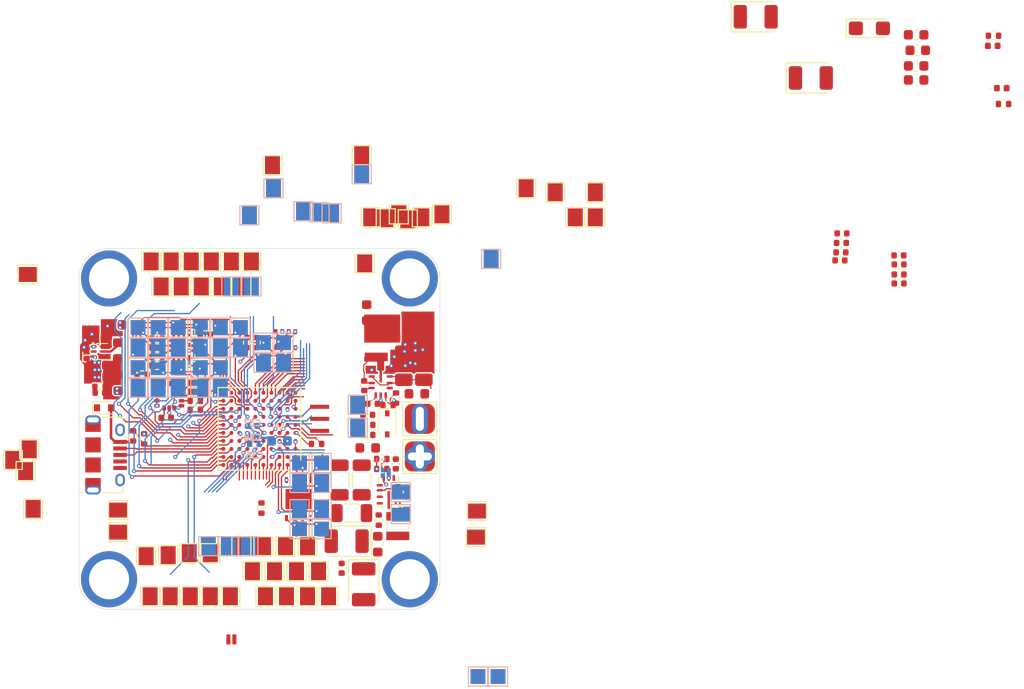
<source format=kicad_pcb>
(kicad_pcb (version 20211014) (generator pcbnew)
  (layers (0 "F.Cu" signal) (1 "In1.Cu" power "In1.Cu_Gnd") (2 "In2.Cu" power "In2.Cu_3V3") (3 "In3.Cu" power "In3.Cu_5V") (4 "In4.Cu" power "In4.Cu_Gnd") (31 "B.Cu" signal) (34 "B.Paste" user) (35 "F.Paste" user) (36 "B.SilkS" user "B.Silkscreen") (37 "F.SilkS" user "F.Silkscreen") (38 "B.Mask" user) (39 "F.Mask" user) (44 "Edge.Cuts" user))
  (net 0 "")
  (net 1 "GND")
  (net 2 "+5V")
  (net 3 "+3V3")
  (net 4 "+BATT")
  (net 5 "vol_sig")
  (net 6 "curr_sig")
  (net 7 "Net-(C11-Pad1)")
  (net 9 "Net-(C3-Pad1)")
  (net 10 "Net-(C4-Pad2)")
  (net 11 "Net-(C5-Pad1)")
  (net 12 "Net-(C23-Pad2)")
  (net 13 "Net-(C25-Pad1)")
  (net 14 "Net-(C27-Pad1)")
  (net 15 "Net-(C29-Pad1)")
  (net 16 "Net-(C30-Pad1)")
  (net 17 "Net-(C30-Pad2)")
  (net 18 "Net-(C36-Pad1)")
  (net 19 "Net-(D2-Pad2)")
  (net 20 "Net-(L4-Pad1)")
  (net 21 "Net-(R11-Pad1)")
  (net 22 "Net-(R12-Pad2)")
  (net 23 "Net-(R13-Pad2)")
  (net 24 "MOTOR1")
  (net 25 "MOTOR2")
  (net 26 "Net-(R14-Pad2)")
  (net 27 "MOTOR4")
  (net 28 "MOTOR3")
  (net 29 "Net-(R15-Pad2)")
  (net 30 "Net-(R16-Pad2)")
  (net 31 "Net-(R17-Pad2)")
  (net 32 "ESC_2_TX")
  (net 33 "Net-(C35-Pad1)")
  (net 34 "/NRST")
  (net 35 "Net-(L2-Pad1)")
  (net 36 "Net-(R1-Pad2)")
  (net 37 "MP_PIN4")
  (net 38 "I2C_SCL")
  (net 39 "I2C_SDA")
  (net 40 "UART4_RX")
  (net 41 "UART4_TX")
  (net 42 "MP_PIN1")
  (net 43 "MP_PIN2")
  (net 44 "UART3_TX")
  (net 45 "UART3_RX")
  (net 46 "MP_PIN3")
  (net 47 "ESC_1_TX")
  (net 48 "ESC_3_TX")
  (net 49 "ESC_4_TX")
  (net 50 "Net-(J1-Pad2)")
  (net 51 "Net-(J1-Pad3)")
  (net 52 "SCLK_FLASH")
  (net 53 "CS_GYRO")
  (net 54 "MISO_GYRO")
  (net 55 "SCLK_GYRO")
  (net 56 "CS_FLASH")
  (net 57 "MOSI_GYRO")
  (net 58 "MISO_FLASH")
  (net 59 "MOSI_FLASH")
  (net 60 "MOSI_OSD")
  (net 61 "UART7_RX")
  (net 62 "MISO_OSD")
  (net 63 "UART7_TX")
  (net 64 "SCLK_OSD")
  (net 65 "CS_OSD")
  (net 66 "Net-(C23-Pad1)")
  (net 67 "UART8_TX")
  (net 68 "UART8_RX")
  (net 69 "MP_PIN6")
  (net 70 "MP_PIN5")
  (net 71 "Net-(D3-Pad2)")
  (net 72 "Net-(C31-Pad1)")
  (net 73 "UC_LED_1")
  (net 74 "IMU_INT1B")
  (net 75 "USB_VBUS")
  (net 76 "UART2_TX")
  (net 77 "UART2_RX")
  (net 78 "/SCL_DPS")
  (net 79 "/SCK_DPS")
  (net 80 "IMU_INT1A")
  (net 81 "OSC_OUT")
  (net 82 "UART9_TX")
  (net 83 "UART9_RX")
  (net 84 "Net-(C1-Pad1)")
  (net 85 "Net-(C4-Pad1)")
  (net 86 "Net-(D1-Pad1)")
  (net 87 "+10V")
  (net 89 "/SWDIO")
  (net 90 "/SWDCLK")
  (net 99 "Net-(U7-PadG1)")
  (net 102 "Net-(R10-Pad1)")
  (net 103 "Net-(R10-Pad2)")
  (net 104 "/MISO_270")
  (net 105 "/MOSI_270")
  (net 106 "/SCK_270")
  (net 107 "/CS_270")
  (net 108 "/INT1_270")
  (net 109 "/INT2_270")
  (net 110 "/MISO_20602")
  (net 111 "Net-(R18-Pad2)")
  (net 112 "/MOSI_20602")
  (net 113 "Net-(R19-Pad2)")
  (net 114 "/SCK_20602")
  (net 115 "Net-(R20-Pad2)")
  (net 116 "/CS_20602")
  (net 117 "Net-(R21-Pad2)")
  (net 118 "Net-(R23-Pad1)")
  (net 119 "/INT_20602")
  (net 120 "/A_LED_BL")
  (net 121 "/A_LED_WT")
  (net 122 "/SCK_FLASH_IC")
  (net 123 "/CS_FLASH_IC")
  (net 124 "/MOSI_FLASH_IC")
  (net 125 "/MISO_FLASH_IC")
  (net 126 "Net-(TP35-Pad1)")
  (net 127 "Net-(TP36-Pad1)")
  (net 128 "Net-(TP37-Pad1)")
  (net 129 "Net-(TP38-Pad1)")
  (net 130 "Net-(TP41-Pad1)")
  (net 131 "Net-(TP42-Pad1)")
  (net 132 "Net-(TP49-Pad1)")
  (net 133 "Net-(TP50-Pad1)")
  (net 134 "Net-(TP52-Pad1)")
  (net 135 "Net-(TP53-Pad1)")
  (net 136 "Net-(TP56-Pad1)")
  (net 137 "Net-(TP71-Pad1)")
  (net 138 "Net-(TP72-Pad1)")
  (net 139 "Net-(TP73-Pad1)")
  (net 140 "Net-(TP74-Pad1)")
  (net 141 "Net-(TP75-Pad1)")
  (net 142 "Net-(TP84-Pad1)")
  (net 143 "Net-(TP85-Pad1)")
  (net 144 "Net-(TP86-Pad1)")
  (net 145 "Net-(TP87-Pad1)")
  (net 146 "Net-(TP94-Pad1)")
  (net 147 "Net-(TP100-Pad1)")
  (net 148 "Net-(TP101-Pad1)")
  (net 149 "Net-(TP102-Pad1)")
  (net 150 "Net-(TP107-Pad1)")
  (net 151 "/USB_VBUS_sense")
  (footprint "Capacitor_SMD:C_0603_1608Metric" (layer "F.Cu") (at 98.8 105.94 180)
    (fp_text reference "C11" hide)
    (fp_text value "10µF" hide)
  )
  (footprint "Capacitor_SMD:C_0603_1608Metric" (layer "F.Cu") (at 98.9725 109.82 180)
    (fp_text reference "C26" hide)
    (fp_text value "10µF" hide)
  )
  (footprint "Capacitor_SMD:C_0603_1608Metric" (layer "F.Cu") (at 98.9475 108.67 180)
    (fp_text reference "C24" hide)
    (fp_text value "10µF" hide)
  )
  (footprint "Inductor_SMD:L_0603_1608Metric" (layer "F.Cu") (at 100.87 107.1925 -90)
    (fp_text reference "L2" hide)
    (fp_text value "470nH" hide)
  )
  (footprint "Capacitor_SMD:C_1206_3216Metric" (layer "F.Cu") (at 129.399999 108.699999 90)
    (fp_text reference "C1" hide)
    (fp_text value "10µF" hide)
  )
  (footprint "Capacitor_SMD:C_1206_3216Metric" (layer "F.Cu") (at 131.399999 108.699999 90)
    (fp_text reference "C2" hide)
    (fp_text value "10µF" hide)
  )
  (footprint "Capacitor_SMD:C_0402_1005Metric" (layer "F.Cu") (at 126.284999 112.499999)
    (fp_text reference "C3" hide)
    (fp_text value "1µF")
  )
  (footprint "Capacitor_SMD:C_0402_1005Metric" (layer "F.Cu") (at 125.449998 110.7 -90)
    (fp_text reference "C4" hide)
    (fp_text value "100nF")
  )
  (footprint "Capacitor_SMD:C_0603_1608Metric" (layer "F.Cu") (at 129.4125 105.849999)
    (fp_text reference "C5" hide)
    (fp_text value "10µF" hide)
  )
  (footprint "Capacitor_Tantalum_SMD:CP_EIA-3216-10_Kemet-I" (layer "F.Cu") (at 128.949999 104.349999)
    (fp_text reference "C6" hide)
    (fp_text value "100µF" hide)
  )
  (footprint "Inductor_SMD:L_0603_1608Metric" (layer "F.Cu") (at 130.7 111.5)
    (fp_text reference "FB1" hide)
    (fp_text value "120R@100Mhz" hide)
  )
  (footprint "Inductor_SMD:L_0603_1608Metric" (layer "F.Cu") (at 125.7 103.4 -90)
    (fp_text reference "FB2" hide)
    (fp_text value "120R@100Mhz" hide)
  )
  (footprint "Inductor_SMD:L_Wuerth_MAPI-2506" (layer "F.Cu") (at 126.649997 106.849999 90)
    (fp_text reference "L1" hide)
    (fp_text value "1µH" hide)
  )
  (footprint "ultimateFC:Texas_RNX0012B" (layer "F.Cu") (at 127.099998 110.249998)
    (fp_text reference "U1")
    (fp_text value "LMR33630CQRNX" hide)
  )
  (footprint "Inductor_SMD:L_0603_1608Metric" (layer "F.Cu") (at 100.5 104.63 180)
    (fp_text reference "FB3" hide)
    (fp_text value "120R@100Mhz" hide)
  )
  (footprint "Inductor_SMD:L_0603_1608Metric" (layer "F.Cu") (at 100.9 110.4 90)
    (fp_text reference "FB4" hide)
    (fp_text value "120R@100Mhz" hide)
  )
  (footprint "Crystal:Resonator_SMD_muRata_CSTxExxV-3Pin_3.0x1.1mm" (layer "F.Cu") (at 121 114 -90)
    (fp_text reference "Y1" hide)
    (fp_text value "CSTNE8M00G550000R0" hide)
  )
  (footprint "Connector_USB:USB_Micro-B_Amphenol_10118194_Horizontal" (layer "F.Cu") (at 99.7 117.6 -90)
    (fp_text reference "J1" hide)
    (fp_text value "USB_B_Micro")
  )
  (footprint "Package_LGA:LGA-16_3x3mm_P0.5mm_LayoutBorder3x5y" (layer "F.Cu") (at 106 111.7 180)
    (fp_text reference "U8" hide)
    (fp_text value "ICM-20602" hide)
  )
  (footprint "Package_SON:WSON-8_4x4mm_P0.8mm" (layer "F.Cu") (at 118.9 122 90)
    (fp_text reference "U4" hide)
    (fp_text value "S25FL064L" hide)
  )
  (footprint "Capacitor_SMD:C_0402_1005Metric" (layer "F.Cu") (at 105.7 113.9)
    (fp_text reference "C35" hide)
    (fp_text value "4.7µF" hide)
  )
  (footprint "Package_LGA:Bosch_LGA-8_2x2.5mm_P0.65mm_ClockwisePinNumbering" (layer "F.Cu") (at 117.6 106.1 180)
    (fp_text reference "U5" hide)
    (fp_text value "DPS310" hide)
  )
  (footprint "Resistor_SMD:R_0402_1005Metric" (layer "F.Cu") (at 128.624999 111.924998 90)
    (fp_text reference "R1" hide)
    (fp_text value "100k")
  )
  (footprint "Resistor_SMD:R_0402_1005Metric" (layer "F.Cu") (at 127.824999 112.624999 180)
    (fp_text reference "R2" hide)
    (fp_text value "24k9")
  )
  (footprint "Resistor_SMD:R_0402_1005Metric" (layer "F.Cu") (at 99.1 110.8 180)
    (fp_text reference "R3" hide)
    (fp_text value "453k")
  )
  (footprint "Resistor_SMD:R_0402_1005Metric" (layer "F.Cu") (at 97.759 107.477 90)
    (fp_text reference "R4" hide)
    (fp_text value "100k")
  )
  (footprint "Resistor_SMD:R_0402_1005Metric" (layer "F.Cu") (at 113.8 106.4 90)
    (fp_text reference "R7" hide)
    (fp_text value "2k2")
  )
  (footprint "Resistor_SMD:R_0402_1005Metric" (layer "F.Cu") (at 114.7 106.4 90)
    (fp_text reference "R8" hide)
    (fp_text value "2k2")
  )
  (footprint "Capacitor_SMD:C_0402_1005Metric" (layer "F.Cu") (at 99.1 111.4 180)
    (fp_text reference "C23" hide)
    (fp_text value "120pF")
  )
  (footprint "ultimateFC:VSON_HR6" (layer "F.Cu") (at 99.11 107.285)
    (fp_text reference "U2")
    (fp_text value "TPS62824ADMQ" hide)
  )
  (footprint "Diode_SMD:D_SOD-323" (layer "F.Cu") (at 127.75 114.5 -90)
    (fp_text reference "D1" hide)
    (fp_text value "PMEG3020EJ,115" hide)
  )
  (footprint "Package_BGA:TFBGA-100_8x8mm_Layout10x10_P0.8mm" (layer "F.Cu") (at 115 115 180)
    (fp_text reference "U7" hide)
    (fp_text value "STM32H735VGH6" hide)
  )
  (footprint "TestPoint:TestPoint_Pad_1.5x1.5mm" (layer "F.Cu") (at 112.1 131.7)
    (fp_text reference "TP67" hide)
    (fp_text value "Pad" hide)
  )
  (footprint "TestPoint:TestPoint_Pad_1.5x1.5mm" (layer "F.Cu") (at 121.9 131.7)
    (fp_text reference "TP15" hide)
    (fp_text value "Pad" hide)
  )
  (footprint "TestPoint:TestPoint_Pad_1.5x1.5mm" (layer "F.Cu") (at 129.8 94.1)
    (fp_text reference "TP35" hide)
    (fp_text value "Pad" hide)
  )
  (footprint "TestPoint:TestPoint_Pad_1.5x1.5mm" (layer "F.Cu") (at 148.5 91.4)
    (fp_text reference "TP71" hide)
    (fp_text value "Pad" hide)
  )
  (footprint "TestPoint:TestPoint_Pad_1.5x1.5mm" (layer "F.Cu") (at 116.5 129.2)
    (fp_text reference "TP38" hide)
    (fp_text value "Pad" hide)
  )
  (footprint "TestPoint:TestPoint_Pad_1.5x1.5mm" (layer "F.Cu") (at 105.9 127.6)
    (fp_text reference "TP55" hide)
    (fp_text value "Pad" hide)
  )
  (footprint "Resistor_SMD:R_0402_1005Metric" (layer "F.Cu") (at 189.22 82.6)
    (fp_text reference "R25" hide)
    (fp_text value "470R")
  )
  (footprint "TestPoint:TestPoint_Pad_1.5x1.5mm" (layer "F.Cu") (at 114.3 129.2)
    (fp_text reference "TP53" hide)
    (fp_text value "Pad" hide)
  )
  (footprint "TestPoint:TestPoint_Pad_1.5x1.5mm" (layer "F.Cu") (at 133.2 93.6)
    (fp_text reference "TP109" hide)
    (fp_text value "Pad" hide)
  )
  (footprint "TestPoint:TestPoint_Pad_1.5x1.5mm" (layer "F.Cu") (at 103.7 127.7 180)
    (fp_text reference "TP54" hide)
    (fp_text value "Pad" hide)
  )
  (footprint "Capacitor_SMD:C_0402_1005Metric" (layer "F.Cu") (at 173 97.4)
    (fp_text reference "C15" hide)
    (fp_text value "4.7µF")
  )
  (footprint "TestPoint:TestPoint_Pad_1.5x1.5mm" (layer "F.Cu") (at 125.2 87.7)
    (fp_text reference "TP104" hide)
    (fp_text value "Pad" hide)
  )
  (footprint "Resistor_SMD:R_0402_1005Metric" (layer "F.Cu") (at 108.6 112.2 180)
    (fp_text reference "R20" hide)
    (fp_text value "100R")
  )
  (footprint "Capacitor_SMD:C_0402_1005Metric" (layer "F.Cu") (at 123.2 128.9 90)
    (fp_text reference "C34" hide)
    (fp_text value "4.7µF")
  )
  (footprint "Resistor_SMD:R_0402_1005Metric" (layer "F.Cu") (at 102.4 115.7 90)
    (fp_text reference "R26" hide)
    (fp_text value "470R")
  )
  (footprint "TestPoint:TestPoint_Pad_1.5x1.5mm" (layer "F.Cu") (at 107.2 100.8)
    (fp_text reference "TP80" hide)
    (fp_text value "Pad" hide)
  )
  (footprint "Resistor_SMD:R_0402_1005Metric" (layer "F.Cu") (at 103.3 109.6)
    (fp_text reference "R21" hide)
    (fp_text value "100R")
  )
  (footprint "TestPoint:TestPoint_Pad_1.5x1.5mm" (layer "F.Cu") (at 119.8 126.7)
    (fp_text reference "TP41" hide)
    (fp_text value "Pad" hide)
  )
  (footprint "TestPoint:TestPoint_Pad_1.5x1.5mm" (layer "F.Cu") (at 110.1 127.4)
    (fp_text reference "TP50" hide)
    (fp_text value "Pad" hide)
  )
  (footprint "Resistor_SMD:R_0402_1005Metric" (layer "F.Cu") (at 104.8 106.9)
    (fp_text reference "R14" hide)
    (fp_text value "100R")
  )
  (footprint "Capacitor_SMD:C_1206_3216Metric" (layer "F.Cu") (at 124.2 123.4 180)
    (fp_text reference "C31" hide)
    (fp_text value "10µF")
  )
  (footprint "TestPoint:TestPoint_Pad_1.5x1.5mm" (layer "F.Cu") (at 144.5 91.4)
    (fp_text reference "TP105" hide)
    (fp_text value "Pad" hide)
  )
  (footprint "TestPoint:TestPoint_Pad_1.5x1.5mm" (layer "F.Cu") (at 115.6 131.7)
    (fp_text reference "TP17" hide)
    (fp_text value "Pad" hide)
  )
  (footprint "TestPoint:TestPoint_Pad_1.5x1.5mm" (layer "F.Cu") (at 104.1 131.7)
    (fp_text reference "TP66" hide)
    (fp_text value "Pad" hide)
  )
  (footprint "Capacitor_Tantalum_SMD:CP_EIA-3216-18_Kemet-A" (layer "F.Cu") (at 175.84 75.05)
    (fp_text reference "C22" hide)
    (fp_text value "10µF")
  )
  (footprint "TestPoint:TestPoint_Pad_1.5x1.5mm" (layer "F.Cu") (at 104.2 98.3)
    (fp_text reference "TP1" hide)
    (fp_text value "Pad")
  )
  (footprint "Inductor_SMD:L_Wuerth_MAPI-2506" (layer "F.Cu") (at 128.8 124.7 -90)
    (fp_text reference "L3" hide)
    (fp_text value "1µH")
  )
  (footprint "ultimateFC:solderbridge_tiny" (layer "F.Cu") (at 112.2 136)
    (fp_text reference "TP28" hide)
    (fp_text value "bridge")
  )
  (footprint "Capacitor_SMD:C_1206_3216Metric" (layer "F.Cu") (at 123 120.1 -90)
    (fp_text reference "C28" hide)
    (fp_text value "10µF")
  )
  (footprint "Resistor_SMD:R_0402_1005Metric" (layer "F.Cu") (at 104.8 108.7)
    (fp_text reference "R12" hide)
    (fp_text value "100R")
  )
  (footprint "Package_LGA:Bosch_LGA-14_3x2.5mm_P0.5mm" (layer "F.Cu") (at 107.2 106.7 90)
    (fp_text reference "U6" hide)
    (fp_text value "BMI270")
  )
  (footprint "Capacitor_Tantalum_SMD:CP_EIA-3528-12_Kemet-T" (layer "F.Cu") (at 123.7 126.2 180)
    (fp_text reference "C32" hide)
    (fp_text value "100µF")
  )
  (footprint "TestPoint:TestPoint_Pad_1.5x1.5mm" (layer "F.Cu") (at 136.7 123.2 90)
    (fp_text reference "TP85" hide)
    (fp_text value "Pad" hide)
  )
  (footprint "Capacitor_SMD:C_0402_1005Metric" (layer "F.Cu") (at 173.1 95.5)
    (fp_text reference "C10" hide)
    (fp_text value "4.7µF")
  )
  (footprint "TestPoint:TestPoint_Pad_1.5x1.5mm" (layer "F.Cu") (at 117.6 126.7)
    (fp_text reference "TP40" hide)
    (fp_text value "Pad" hide)
  )
  (footprint "TestPoint:TestPoint_Pad_1.5x1.5mm" (layer "F.Cu") (at 105.2 100.8)
    (fp_text reference "TP77" hide)
    (fp_text value "Pad" hide)
  )
  (footprint "TestPoint:TestPoint_Pad_1.5x1.5mm" (layer "F.Cu") (at 111.2 100.8)
    (fp_text reference "TP79" hide)
    (fp_text value "Pad" hide)
  )
  (footprint "Resistor_SMD:R_0402_1005Metric" (layer "F.Cu") (at 104.8 106)
    (fp_text reference "R15" hide)
    (fp_text value "100R")
  )
  (footprint "TestPoint:TestPoint_Pad_1.5x1.5mm" (layer "F.Cu") (at 100.9 125.3 -90)
    (fp_text reference "TP57" hide)
    (fp_text value "Pad" hide)
  )
  (footprint "Capacitor_SMD:C_0603_1608Metric" (layer "F.Cu") (at 180.665 77.24)
    (fp_text reference "C18" hide)
    (fp_text value "2.2µF")
  )
  (footprint "Capacitor_SMD:C_0603_1608Metric" (layer "F.Cu") (at 180.5 78.8)
    (fp_text reference "C19" hide)
    (fp_text value "2.2µF")
  )
  (footprint "LED_SMD:LED_0402_1005Metric" (layer "F.Cu") (at 188.14 76.8)
    (fp_text reference "D2" hide)
    (fp_text value "Blue")
  )
  (footprint "ultimateFC:Texas_RNX0012B" (layer "F.Cu") (at 127.9 121.3 180)
    (fp_text reference "U3" hide)
    (fp_text value "LMR33620CRNXT")
  )
  (footprint "TestPoint:TestPoint_Pad_1.5x1.5mm" (layer "F.Cu") (at 90.4 118.1)
    (fp_text reference "TP62" hide)
    (fp_text value "Pad" hide)
  )
  (footprint "TestPoint:TestPoint_Pad_1.5x1.5mm" (layer "F.Cu") (at 125.5 98.5 180)
    (fp_text reference "TP5" hide)
    (fp_text value "Pad")
  )
  (footprint "TestPoint:TestPoint_Pad_1.5x1.5mm" (layer "F.Cu") (at 108.1 131.7)
    (fp_text reference "TP65" hide)
    (fp_text value "Pad" hide)
  )
  (footprint "TestPoint:TestPoint_Pad_1.5x1.5mm" (layer "F.Cu") (at 110.2 98.3)
    (fp_text reference "TP3" hide)
    (fp_text value "Pad")
  )
  (footprint "Resistor_SMD:R_0402_1005Metric" (layer "F.Cu") (at 127.2 119)
    (fp_text reference "R28" hide)
    (fp_text value "14k")
  )
  (footprint "Inductor_SMD:L_0603_1608Metric" (layer "F.Cu") (at 126.8 126.5 90)
    (fp_text reference "FB6" hide)
    (fp_text value "120R@100Mhz")
  )
  (footprint "MountingHole:MountingHole_3.2mm_M3_DIN965_Pad" (layer "F.Cu") (at 100 130)
    (fp_text reference "H4" hide)
    (fp_text value "MountingHole")
  )
  (footprint "TestPoint:TestPoint_Pad_1.5x1.5mm" (layer "F.Cu") (at 118.7 129.2)
    (fp_text reference "TP39" hide)
    (fp_text value "Pad" hide)
  )
  (footprint "TestPoint:TestPoint_Pad_1.5x1.5mm" (layer "F.Cu") (at 127.6 94)
    (fp_text reference "TP34" hide)
    (fp_text value "Pad" hide)
  )
  (footprint "TestPoint:TestPoint_Pad_1.5x1.5mm" (layer "F.Cu") (at 117.7 131.7)
    (fp_text reference "TP16" hide)
    (fp_text value "Pad" hide)
  )
  (footprint "MountingHole:MountingHole_3.2mm_M3_DIN965_Pad" (layer "F.Cu") (at 130 130)
    (fp_text reference "H1" hide)
    (fp_text value "MountingHole")
  )
  (footprint "Inductor_SMD:L_0603_1608Metric" (layer "F.Cu") (at 125.8 116.9 180)
    (fp_text reference "FB5" hide)
    (fp_text value "120R@100Mhz")
  )
  (footprint "TestPoint:TestPoint_Pad_1.5x1.5mm" (layer "F.Cu") (at 113.2 126.7)
    (fp_text reference "TP52" hide)
    (fp_text value "Pad" hide)
  )
  (footprint "TestPoint:TestPoint_Pad_1.5x1.5mm" (layer "F.Cu") (at 109.2 100.8)
    (fp_text reference "TP78" hide)
    (fp_text value "Pad" hide)
  )
  (footprint "Resistor_SMD:R_0402_1005Metric" (layer "F.Cu") (at 125.8 115.6 180)
    (fp_text reference "R5" hide)
    (fp_text value "10k")
  )
  (footprint "Capacitor_SMD:C_0402_1005Metric" (layer "F.Cu") (at 178.8 98.6)
    (fp_text reference "C12" hide)
    (fp_text value "4.7µF")
  )
  (footprint "Resistor_SMD:R_0402_1005Metric" (layer "F.Cu") (at 104.8 107.8)
    (fp_text reference "R13" hide)
    (fp_text value "100R")
  )
  (footprint "TestPoint:TestPoint_Pad_3.0x3.0mm" (layer "F.Cu") (at 131 114)
    (fp_text reference "TP21" hide)
    (fp_text value "Pad")
  )
  (footprint "Capacitor_SMD:C_0402_1005Metric" (layer "F.Cu") (at 173.05 96.45)
    (fp_text reference "C17" hide)
    (fp_text value "4.7µF")
  )
  (footprint "TestPoint:TestPoint_Pad_1.5x1.5mm" (layer "F.Cu") (at 119.8 131.7)
    (fp_text reference "TP14" hide)
    (fp_text value "Pad" hide)
  )
  (footprint "TestPoint:TestPoint_Pad_1.5x1.5mm" (layer "F.Cu") (at 108 127.4)
    (fp_text reference "TP51" hide)
    (fp_text value "Pad" hide)
  )
  (footprint "TestPoint:TestPoint_Pad_1.5x1.5mm" (layer "F.Cu") (at 126.1 93.9)
    (fp_text reference "TP100" hide)
    (fp_text value "Pad" hide)
  )
  (footprint "Resistor_SMD:R_0402_1005Metric" (layer "F.Cu") (at 109.6 105.6 180)
    (fp_text reference "R17" hide)
    (fp_text value "100R")
  )
  (footprint "TestPoint:TestPoint_Pad_1.5x1.5mm" (layer "F.Cu") (at 100.9 123.1 -90)
    (fp_text reference "TP58" hide)
    (fp_text value "Pad" hide)
  )
  (footprint "Diode_SMD:D_SOD-523" (layer "F.Cu") (at 99.5 112.9)
    (fp_text reference "D4" hide)
    (fp_text value "SBR1A30T5-7")
  )
  (footprint "TestPoint:TestPoint_Pad_1.5x1.5mm" (layer "F.Cu") (at 131.2 93.9)
    (fp_text reference "TP110" hide)
    (fp_text value "Pad" hide)
  )
  (footprint "Capacitor_SMD:C_0603_1608Metric" (layer "F.Cu") (at 180.5 80.2)
    (fp_text reference "C21" hide)
    (fp_text value "2.2µF")
  )
  (footprint "Capacitor_SMD:C_0402_1005Metric" (layer "F.Cu") (at 125.8 113.6)
    (fp_text reference "C25" hide)
    (fp_text value "100nF")
  )
  (footprint "Resistor_SMD:R_0402_1005Metric" (layer "F.Cu") (at 108.6 111.3 180)
    (fp_text reference "R19" hide)
    (fp_text value "100R")
  )
  (footprint "Capacitor_SMD:C_1206_3216Metric" (layer "F.Cu") (at 125.2 120.1 -90)
    (fp_text reference "C27" hide)
    (fp_text value "10µF")
  )
  (footprint "TestPoint:TestPoint_Pad_1.5x1.5mm" (layer "F.Cu") (at 108.2 98.3)
    (fp_text reference "TP4" hide)
    (fp_text value "Pad")
  )
  (footprint "Resistor_SMD:R_0402_1005Metric" (layer "F.Cu") (at 188.22 75.79)
    (fp_text reference "R24" hide)
    (fp_text value "100R")
  )
  (footprint "Resistor_SMD:R_0402_1005Metric" (layer "F.Cu") (at 127.2 118 180)
    (fp_text reference "R10" hide)
    (fp_text value "11k")
  )
  (footprint "LED_SMD:LED_0402_1005Metric" (layer "F.Cu") (at 189.04 81.02)
    (fp_text reference "D3" hide)
    (fp_text value "White")
  )
  (footprint "Resistor_SMD:R_0402_1005Metric" (layer "F.Cu") (at 103.5 116 90)
    (fp_text reference "R27" hide)
    (fp_text value "1k")
  )
  (footprint "Resistor_SMD:R_0402_1005Metric" (layer "F.Cu") (at 115.2 122.9 -90)
    (fp_text reference "R11" hide)
    (fp_text value "2k2")
  )
  (footprint "TestPoint:TestPoint_Pad_1.5x1.5mm" (layer "F.Cu") (at 112.2 98.3)
    (fp_text reference "TP7" hide)
    (fp_text value "Pad")
  )
  (footprint "TestPoint:TestPoint_Pad_1.5x1.5mm" (layer "F.Cu") (at 106.2 98.3)
    (fp_text reference "TP2" hide)
    (fp_text value "Pad")
  )
  (footprint "TestPoint:TestPoint_Pad_1.5x1.5mm" (layer "F.Cu") (at 92.04 117.04)
    (fp_text reference "TP61" hide)
    (fp_text value "Pad" hide)
  )
  (footprint "MountingHole:MountingHole_3.2mm_M3_DIN965_Pad" (layer "F.Cu") (at 100 100)
    (fp_text reference "H2" hide)
    (fp_text value "MountingHole")
  )
  (footprint "TestPoint:TestPoint_Pad_1.5x1.5mm" (layer "F.Cu") (at 92.43 122.97)
    (fp_text reference "TP87" hide)
    (fp_text value "Pad" hide)
  )
  (footprint "MountingHole:MountingHole_3.2mm_M3_DIN965_Pad" (layer "F.Cu") (at 130 100)
    (fp_text reference "H3" hide)
    (fp_text value "MountingHole")
  )
  (footprint "TestPoint:TestPoint_Pad_1.5x1.5mm" (layer "F.Cu") (at 128.9 93.6)
    (fp_text reference "TP33" hide)
    (fp_text value "Pad" hide)
  )
  (footprint "Resistor_SMD:R_0402_1005Metric" (layer "F.Cu") (at 108.6 110.4 180)
    (fp_text reference "R18" hide)
    (fp_text value "100R")
  )
  (footprint "TestPoint:TestPoint_Pad_1.5x1.5mm" (layer "F.Cu") (at 148.5 93.9)
    (fp_text reference "TP42" hide)
    (fp_text value "Pad" hide)
  )
  (footprint "TestPoint:TestPoint_Pad_1.5x1.5mm" (layer "F.Cu") (at 106.1 131.7)
    (fp_text reference "TP89" hide)
    (fp_text value "Pad" hide)
  )
  (footprint "Resistor_SMD:R_0402_1005Metric" (layer "F.Cu") (at 126.9 124.1 90)
    (fp_text reference "R9" hide)
    (fp_text value "100k")
  )
  (footprint "Capacitor_SMD:C_0402_1005Metric" (layer "F.Cu") (at 178.78 97.7)
    (fp_text reference "C16" hide)
    (fp_text value "4.7µF")
  )
  (footprint "Capacitor_SMD:C_0402_1005Metric" (layer "F.Cu") (at 172.9 98.2)
    (fp_text reference "C13" hide)
    (fp_text value "4.7µF")
  )
  (footprint "TestPoint:TestPoint_Pad_1.5x1.5mm" (layer "F.Cu") (at 136.6 125.8 90)
    (fp_text reference "TP102" hide)
    (fp_text value "Pad" hide)
  )
  (footprint "TestPoint:TestPoint_Pad_1.5x1.5mm" (layer "F.Cu") (at 116.3 88.7)
    (fp_text reference "TP99" hide)
    (fp_text value "Pad" hide)
  )
  (footprint "TestPoint:TestPoint_Pad_1.5x1.5mm" (layer "F.Cu") (at 91.68 119.21)
    (fp_text reference "TP86" hide)
    (fp_text value "Pad" hide)
  )
  (footprint "TestPoint:TestPoint_Pad_1.5x1.5mm" (layer "F.Cu") (at 115.4 126.7)
    (fp_text reference "TP36" hide)
    (fp_text value "Pad" hide)
  )
  (footprint "TestPoint:TestPoint_Pad_1.5x1.5mm" (layer "F.Cu") (at 141.6 91)
    (fp_text reference "TP107" hide)
    (fp_text value "Pad" hide)
  )
  (footprint "Capacitor_SMD:C_0402_1005Metric" (layer "F.Cu") (at 128.6 118.5 90)
    (fp_text reference "C29" hide)
    (fp_text value "1µF")
  )
  (footprint "Capacitor_SMD:C_0603_1608Metric" (layer "F.Cu") (at 180.5 75.7)
    (fp_text reference "C20" hide)
    (fp_text value "2.2µF")
  )
  (footprint "Resistor_SMD:R_0402_1005Metric" (layer "F.Cu") (at 120.7 116.5)
    (fp_text reference "R22" hide)
    (fp_text value "10k")
  )
  (footprint "Capacitor_Tantalum_SMD:CP_EIA-3528-15_AVX-H" (layer "F.Cu") (at 170 80)
    (fp_text reference "C7" hide)
    (fp_text value "220µF")
  )
  (footprint "Capacitor_Tantalum_SMD:CP_EIA-3528-12_Kemet-T" (layer "F.Cu") (at 125.4 130.5 -90)
    (fp_text reference "C33" hide)
    (fp_text value "100µF")
  )
  (footprint "Capacitor_Tantalum_SMD:CP_EIA-3528-15_AVX-H" (layer "F.Cu") (at 164.5 73.9)
    (fp_text reference "C8" hide)
    (fp_text value "220µF")
  )
  (footprint "Capacitor_SMD:C_0402_1005Metric" (layer "F.Cu") (at 129.7 121.3 90)
    (fp_text reference "C30" hide)
    (fp_text value "100nF")
  )
  (footprint "TestPoint:TestPoint_Pad_1.5x1.5mm" (layer "F.Cu") (at 146.5 93.9)
    (fp_text reference "TP72" hide)
    (fp_text value "Pad" hide)
  )
  (footprint "TestPoint:TestPoint_Pad_1.5x1.5mm" (layer "F.Cu") (at 120.9 129.2)
    (fp_text reference "TP94" hide)
    (fp_text value "Pad" hide)
  )
  (footprint "Capacitor_SMD:C_0402_1005Metric" (layer "F.Cu") (at 178.8 100.5)
    (fp_text reference "C14" hide)
    (fp_text value "4.7µF")
  )
  (footprint "TestPoint:TestPoint_Pad_1.5x1.5mm" (layer "F.Cu") (at 110.1 131.7)
    (fp_text reference "TP88" hide)
    (fp_text value "Pad" hide)
  )
  (footprint "TestPoint:TestPoint_Pad_3.0x3.0mm" (layer "F.Cu") (at 131 117.75)
    (fp_text reference "TP20" hide)
    (fp_text value "Pad")
  )
  (footprint "TestPoint:TestPoint_Pad_1.5x1.5mm" (layer "F.Cu") (at 113.2 100.8)
    (fp_text reference "TP108" hide)
    (fp_text value "Pad" hide)
  )
  (footprint "TestPoint:TestPoint_Pad_1.5x1.5mm" (layer "F.Cu") (at 114.2 98.3)
    (fp_text reference "TP8" hide)
    (fp_text value "Pad")
  )
  (footprint "Resistor_SMD:R_0402_1005Metric" (layer "F.Cu") (at 108.6 113.1)
    (fp_text reference "R23" hide)
    (fp_text value "100R")
  )
  (footprint "Resistor_SMD:R_0402_1005Metric" (layer "F.Cu") (at 125.8 114.6)
    (fp_text reference "R6" hide)
    (fp_text value "1k")
  )
  (footprint "Resistor_SMD:R_0402_1005Metric" (layer "F.Cu") (at 110.1 104.7 180)
    (fp_text reference "R16" hide)
    (fp_text value "100R")
  )
  (footprint "TestPoint:TestPoint_Pad_1.5x1.5mm" (layer "F.Cu") (at 91.9 99.6 90)
    (fp_text reference "TP6" hide)
    (fp_text value "Pad")
  )
  (footprint "Capacitor_SMD:C_0402_1005Metric" (layer "F.Cu") (at 178.8 99.6)
    (fp_text reference "C9" hide)
    (fp_text value "4.7µF")
  )
  (footprint "TestPoint:TestPoint_Pad_1.5x1.5mm" (layer "B.Cu") (at 121.2 123 180)
    (fp_text reference "TP96" hide)
    (fp_text value "Pad" hide)
  )
  (footprint "TestPoint:TestPoint_Pad_1.5x1.5mm" (layer "B.Cu") (at 124.8 114.9)
    (fp_text reference "TP9" hide)
    (fp_text value "Pad" hide)
  )
  (footprint "Capacitor_SMD:C_0402_1005Metric" (layer "B.Cu") (at 114.3 115.6 180)
    (fp_text reference "C37")
    (fp_text value "4.7µF")
  )
  (footprint "TestPoint:TestPoint_Pad_1.5x1.5mm" (layer "B.Cu") (at 117.4 106.4)
    (fp_text reference "TP10" hide)
    (fp_text value "Pad" hide)
  )
  (footprint "TestPoint:TestPoint_Pad_1.5x1.5mm" (layer "B.Cu") (at 104.9 110.9 180)
    (fp_text reference "TP83" hide)
    (fp_text value "Pad" hide)
  )
  (footprint "TestPoint:TestPoint_Pad_1.5x1.5mm" (layer "B.Cu") (at 138.11 98.05 180)
    (fp_text reference "TP84" hide)
    (fp_text value "Pad" hide)
  )
  (footprint "TestPoint:TestPoint_Pad_1.5x1.5mm" (layer "B.Cu") (at 104.9 104.9 180)
    (fp_text reference "TP23" hide)
    (fp_text value "Pad" hide)
  )
  (footprint "TestPoint:TestPoint_Pad_1.5x1.5mm" (layer "B.Cu") (at 138.8 139.7 180)
    (fp_text reference "TP69" hide)
    (fp_text value "Pad" hide)
  )
  (footprint "ultimateFC:solderbridge_tiny" (layer "B.Cu") (at 127.6 119.4)
    (fp_text reference "TP111")
    (fp_text value "bridge")
  )
  (footprint "TestPoint:TestPoint_Pad_1.5x1.5mm" (layer "B.Cu") (at 129.1 121.3 -90)
    (fp_text reference "TP92" hide)
    (fp_text value "Pad" hide)
  )
  (footprint "TestPoint:TestPoint_Pad_1.5x1.5mm" (layer "B.Cu") (at 125.2 89.6 180)
    (fp_text reference "TP103" hide)
    (fp_text value "Pad" hide)
  )
  (footprint "TestPoint:TestPoint_Pad_1.5x1.5mm" (layer "B.Cu") (at 106.9 110.9 180)
    (fp_text reference "TP82" hide)
    (fp_text value "Pad" hide)
  )
  (footprint "TestPoint:TestPoint_Pad_1.5x1.5mm" (layer "B.Cu") (at 113.1 106.9 180)
    (fp_text reference "TP101" hide)
    (fp_text value "Pad" hide)
  )
  (footprint "TestPoint:TestPoint_Pad_1.5x1.5mm" (layer "B.Cu") (at 109.1 106.9 180)
    (fp_text reference "TP46" hide)
    (fp_text value "Pad" hide)
  )
  (footprint "TestPoint:TestPoint_Pad_1.5x1.5mm" (layer "B.Cu") (at 119 123 180)
    (fp_text reference "TP95" hide)
    (fp_text value "Pad" hide)
  )
  (footprint "TestPoint:TestPoint_Pad_1.5x1.5mm" (layer "B.Cu") (at 102.9 108.9 180)
    (fp_text reference "TP32" hide)
    (fp_text value "Pad" hide)
  )
  (footprint "TestPoint:TestPoint_Pad_1.5x1.5mm" (layer "B.Cu") (at 106.9 106.9 180)
    (fp_text reference "TP47" hide)
    (fp_text value "Pad" hide)
  )
  (footprint "TestPoint:TestPoint_Pad_1.5x1.5mm" (layer "B.Cu") (at 111.1 104.9 180)
    (fp_text reference "TP26" hide)
    (fp_text value "Pad" hide)
  )
  (footprint "TestPoint:TestPoint_Pad_1.5x1.5mm" (layer "B.Cu") (at 121.2 118.4 180)
    (fp_text reference "TP18" hide)
    (fp_text value "Pad" hide)
  )
  (footprint "TestPoint:TestPoint_Pad_1.5x1.5mm" (layer "B.Cu") (at 113.9 126.7 180)
    (fp_text reference "TP37" hide)
    (fp_text value "Pad" hide)
  )
  (footprint "TestPoint:TestPoint_Pad_1.5x1.5mm" (layer "B.Cu") (at 115.4 106.4)
    (fp_text reference "TP11" hide)
    (fp_text value "Pad" hide)
  )
  (footprint "TestPoint:TestPoint_Pad_1.5x1.5mm" (layer "B.Cu") (at 111.1 108.9 180)
    (fp_text reference "TP68" hide)
    (fp_text value "Pad" hide)
  )
  (footprint "TestPoint:TestPoint_Pad_1.5x1.5mm" (layer "B.Cu") (at 115.4 108.4)
    (fp_text reference "TP43" hide)
    (fp_text value "Pad" hide)
  )
  (footprint "TestPoint:TestPoint_Pad_1.5x1.5mm" (layer "B.Cu") (at 112.2 100.8 180)
    (fp_text reference "TP64" hide)
    (fp_text value "Pad" hide)
  )
  (footprint "TestPoint:TestPoint_Pad_1.5x1.5mm" (layer "B.Cu") (at 111.1 110.9 180)
    (fp_text reference "TP60" hide)
    (fp_text value "Pad" hide)
  )
  (footprint "TestPoint:TestPoint_Pad_1.5x1.5mm" (layer "B.Cu") (at 109.1 104.9 180)
    (fp_text reference "TP24" hide)
    (fp_text value "Pad" hide)
  )
  (footprint "TestPoint:TestPoint_Pad_1.5x1.5mm" (layer "B.Cu") (at 119 125 180)
    (fp_text reference "TP13" hide)
    (fp_text value "Pad" hide)
  )
  (footprint "TestPoint:TestPoint_Pad_1.5x1.5mm" (layer "B.Cu") (at 113.1 104.9 180)
    (fp_text reference "TP27" hide)
    (fp_text value "Pad" hide)
  )
  (footprint "TestPoint:TestPoint_Pad_1.5x1.5mm" (layer "B.Cu") (at 119.4 93.3 180)
    (fp_text reference "TP75" hide)
    (fp_text value "Pad" hide)
  )
  (footprint "TestPoint:TestPoint_Pad_1.5x1.5mm" (layer "B.Cu") (at 104.9 106.9 180)
    (fp_text reference "TP48" hide)
    (fp_text value "Pad" hide)
  )
  (footprint "TestPoint:TestPoint_Pad_1.5x1.5mm" (layer "B.Cu") (at 119 120.4 180)
    (fp_text reference "TP93" hide)
    (fp_text value "Pad" hide)
  )
  (footprint "TestPoint:TestPoint_Pad_1.5x1.5mm" (layer "B.Cu") (at 124.8 112.6 180)
    (fp_text reference "TP76" hide)
    (fp_text value "Pad" hide)
  )
  (footprint "Capacitor_SMD:C_0402_1005Metric" (layer "B.Cu") (at 114.5 116.5)
    (fp_text reference "C36")
    (fp_text value "4.7µF")
  )
  (footprint "TestPoint:TestPoint_Pad_1.5x1.5mm" (layer "B.Cu") (at 114.2 100.8 180)
    (fp_text reference "TP63" hide)
    (fp_text value "Pad" hide)
  )
  (footprint "TestPoint:TestPoint_Pad_1.5x1.5mm" (layer "B.Cu") (at 117.4 108.4)
    (fp_text reference "TP44" hide)
    (fp_text value "Pad" hide)
  )
  (footprint "TestPoint:TestPoint_Pad_1.5x1.5mm" (layer "B.Cu") (at 109.1 110.9 180)
    (fp_text reference "TP81" hide)
    (fp_text value "Pad" hide)
  )
  (footprint "TestPoint:TestPoint_Pad_1.5x1.5mm" (layer "B.Cu") (at 111.9 126.7 180)
    (fp_text reference "TP56" hide)
    (fp_text value "Pad" hide)
  )
  (footprint "TestPoint:TestPoint_Pad_1.5x1.5mm" (layer "B.Cu") (at 109.9 126.7 180)
    (fp_text reference "TP49" hide)
    (fp_text value "Pad" hide)
  )
  (footprint "TestPoint:TestPoint_Pad_1.5x1.5mm" (layer "B.Cu") (at 104.9 108.9 180)
    (fp_text reference "TP30" hide)
    (fp_text value "Pad" hide)
  )
  (footprint "TestPoint:TestPoint_Pad_1.5x1.5mm" (layer "B.Cu") (at 109.1 108.9 180)
    (fp_text reference "TP31" hide)
    (fp_text value "Pad" hide)
  )
  (footprint "TestPoint:TestPoint_Pad_1.5x1.5mm" (layer "B.Cu") (at 122.2 93.5 180)
    (fp_text reference "TP73" hide)
    (fp_text value "Pad" hide)
  )
  (footprint "TestPoint:TestPoint_Pad_1.5x1.5mm" (layer "B.Cu") (at 121.2 120.4 180)
    (fp_text reference "TP97" hide)
    (fp_text value "Pad" hide)
  )
  (footprint "TestPoint:TestPoint_Pad_1.5x1.5mm" (layer "B.Cu") (at 102.9 106.9 180)
    (fp_text reference "TP45" hide)
    (fp_text value "Pad" hide)
  )
  (footprint "Capacitor_SMD:C_0402_1005Metric" (layer "B.Cu") (at 114.3 114.7)
    (fp_text reference "C38")
    (fp_text value "4.7µF")
  )
  (footprint "TestPoint:TestPoint_Pad_1.5x1.5mm" (layer "B.Cu") (at 119 118.4 180)
    (fp_text reference "TP12" hide)
    (fp_text value "Pad" hide)
  )
  (footprint "TestPoint:TestPoint_Pad_1.5x1.5mm" (layer "B.Cu") (at 121.2 125 180)
    (fp_text reference "TP19" hide)
    (fp_text value "Pad" hide)
  )
  (footprint "TestPoint:TestPoint_Pad_1.5x1.5mm" (layer "B.Cu") (at 114 93.7 180)
    (fp_text reference "TP106" hide)
    (fp_text value "Pad" hide)
  )
  (footprint "TestPoint:TestPoint_Pad_1.5x1.5mm" (layer "B.Cu") (at 129.1 123.5 -90)
    (fp_text reference "TP91" hide)
    (fp_text value "Pad" hide)
  )
  (footprint "TestPoint:TestPoint_Pad_1.5x1.5mm" (layer "B.Cu") (at 106.9 104.9 180)
    (fp_text reference "TP22" hide)
    (fp_text value "Pad" hide)
  )
  (footprint "TestPoint:TestPoint_Pad_1.5x1.5mm" (layer "B.Cu") (at 102.9 104.9 180)
    (fp_text reference "TP25" hide)
    (fp_text value "Pad" hide)
  )
  (footprint "TestPoint:TestPoint_Pad_1.5x1.5mm" (layer "B.Cu") (at 121 93.4 180)
    (fp_text reference "TP74" hide)
    (fp_text value "Pad" hide)
  )
  (footprint "TestPoint:TestPoint_Pad_1.5x1.5mm" (layer "B.Cu") (at 136.8 139.7 180)
    (fp_text reference "TP70" hide)
    (fp_text value "Pad" hide)
  )
  (footprint "TestPoint:TestPoint_Pad_1.5x1.5mm" (layer "B.Cu") (at 106.9 108.9 180)
    (fp_text reference "TP29" hide)
    (fp_text value "Pad" hide)
  )
  (footprint "TestPoint:TestPoint_Pad_1.5x1.5mm" (layer "B.Cu") (at 111.1 106.9 180)
    (fp_text reference "TP59" hide)
    (fp_text value "Pad" hide)
  )
  (footprint "TestPoint:TestPoint_Pad_1.5x1.5mm" (layer "B.Cu") (at 116.4 91 180)
    (fp_text reference "TP98" hide)
    (fp_text value "Pad" hide)
  )
  (footprint "TestPoint:TestPoint_Pad_1.5x1.5mm" (layer "B.Cu") (at 102.9 110.9 180)
    (fp_text reference "TP90" hide)
    (fp_text value "Pad" hide)
  )
  (footprint "Inductor_SMD:L_0603_1608Metric" (layer "B.Cu") (at 117 116.2 180)
    (fp_text reference "L4")
    (fp_text value "2.2µH")
  )
  (gr_line (start 130 133) (end 100 133) (layer "Edge.Cuts") (width 0.05))
  (gr_arc (start 130 97) (mid 132.12132 97.87868) (end 133 100) (layer "Edge.Cuts") (width 0.05))
  (gr_arc (start 97 100) (mid 97.87868 97.87868) (end 100 97) (layer "Edge.Cuts") (width 0.05))
  (gr_line (start 97 130) (end 97 100) (layer "Edge.Cuts") (width 0.05))
  (gr_arc (start 100 133) (mid 97.87868 132.12132) (end 97 130) (layer "Edge.Cuts") (width 0.05))
  (gr_line (start 133 100) (end 133 130) (layer "Edge.Cuts") (width 0.05))
  (gr_line (start 100 97) (end 130 97) (layer "Edge.Cuts") (width 0.05))
  (gr_arc (start 133 130) (mid 132.12132 132.12132) (end 130 133) (layer "Edge.Cuts") (width 0.05))
  (segment (start 129.3507 108.490721) (end 129.550697 108.690718) (width 0.1) (layer "F.Cu") (net 1))
  (segment (start 97.88 105.89) (end 97.809999 105.960001) (width 0.1) (layer "F.Cu") (net 1))
  (segment (start 117.5 105.8) (end 117.925 105.375) (width 0.125) (layer "F.Cu") (net 1))
  (segment (start 131.2 107.099999) (end 131.289999 107.099999) (width 0.1) (layer "F.Cu") (net 1))
  (segment (start 104.775 110.7) (end 104.775 111.2) (width 0.125) (layer "F.Cu") (net 1))
  (segment (start 127.449999 112.499999) (end 127.099998 112.15) (width 0.1) (layer "F.Cu") (net 1))
  (segment (start 128.6375 108.487497) (end 128.65035 108.487498) (width 0.1) (layer "F.Cu") (net 1))
  (segment (start 108.1 106.2) (end 108.2125 106.2) (width 0.125) (layer "F.Cu") (net 1))
  (segment (start 126.769999 112.499999) (end 126.77 112.479999) (width 0.1) (layer "F.Cu") (net 1))
  (segment (start 106 113.715) (end 106.185 113.9) (width 0.125) (layer "F.Cu") (net 1))
  (segment (start 128 109.125) (end 128.000001 108.86001) (width 0.1) (layer "F.Cu") (net 1))
  (segment (start 98.01 105.835014) (end 98.085015 105.759999) (width 0.1) (layer "F.Cu") (net 1))
  (segment (start 128.8 122.425) (end 128.8 122.4) (width 0.125) (layer "F.Cu") (net 1))
  (segment (start 117.925 105.375) (end 117.925 105.3) (width 0.125) (layer "F.Cu") (net 1))
  (segment (start 98.01 105.89) (end 97.88 105.89) (width 0.1) (layer "F.Cu") (net 1))
  (segment (start 106 113.4) (end 106 113.715) (width 0.125) (layer "F.Cu") (net 1))
  (segment (start 128.65035 108.487498) (end 128.677504 108.460345) (width 0.1) (layer "F.Cu") (net 1))
  (segment (start 104.775 111.2) (end 104.775 111.7) (width 0.125) (layer "F.Cu") (net 1))
  (segment (start 108 106.3) (end 108.1 106.2) (width 0.125) (layer "F.Cu") (net 1))
  (segment (start 129.400002 107.724996) (end 129.4 107.299998) (width 0.1) (layer "F.Cu") (net 1))
  (segment (start 118.575 106.9) (end 118.6 106.9) (width 0.125) (layer "F.Cu") (net 1))
  (segment (start 130.661611 106.311612) (end 130.66161 106.338388) (width 0.1) (layer "F.Cu") (net 1))
  (segment (start 127.535 112.499999) (end 127.449999 112.499999) (width 0.1) (layer "F.Cu") (net 1))
  (segment (start 97.809999 105.960001) (end 97.61 106.16) (width 0.1) (layer "F.Cu") (net 1))
  (segment (start 106 112.925) (end 106 113.4) (width 0.125) (layer "F.Cu") (net 1))
  (segment (start 129.037483 108.177504) (end 129.3507 108.490721) (width 0.1) (layer "F.Cu") (net 1))
  (segment (start 128.677505 108.177502) (end 129.037483 108.177504) (width 0.1) (layer "F.Cu") (net 1))
  (segment (start 104.775 111.7) (end 104.775 112.2) (width 0.125) (layer "F.Cu") (net 1))
  (segment (start 116.625 105.375) (end 117.05 105.8) (width 0.125) (layer "F.Cu") (net 1))
  (segment (start 129.549998 107.149999) (end 129.549999 106.862832) (width 0.1) (layer "F.Cu") (net 1))
  (segment (start 131.399999 107.299999) (end 131.289999 107.189999) (width 0.1) (layer "F.Cu") (net 1))
  (segment (start 108 106.3) (end 108 106.4875) (width 0.125) (layer "F.Cu") (net 1))
  (segment (start 130.199999 105.85) (end 130.661611 106.311612) (width 0.1) (layer "F.Cu") (net 1))
  (segment (start 130.66161 106.338388) (end 130.549999 106.449999) (width 0.1) (layer "F.Cu") (net 1))
  (segment (start 131.289999 107.189999) (end 131.289999 107.099999) (width 0.1) (layer "F.Cu") (net 1))
  (segment (start 127.1 111.649998) (end 127.099998 112.15) (width 0.1) (layer "F.Cu") (net 1))
  (segment (start 129.4 107.299998) (end 129.549998 107.149999) (width 0.1) (layer "F.Cu") (net 1))
  (segment (start 97.51 106.86) (end 97.51 106.928) (width 0.1) (layer "F.Cu") (net 1))
  (segment (start 126.77 112.479999) (end 127.099998 112.15) (width 0.1) (layer "F.Cu") (net 1))
  (segment (start 128.000001 108.86001) (end 128.149999 108.710009) (width 0.1) (layer "F.Cu") (net 1))
  (segment (start 128.6375 108.487497) (end 129.400002 107.724996) (width 0.1) (layer "F.Cu") (net 1))
  (segment (start 130.249999 106.449999) (end 130.267157 106.449999) (width 0.1) (layer "F.Cu") (net 1))
  (segment (start 98.01 105.89) (end 98.01 105.835014) (width 0.1) (layer "F.Cu") (net 1))
  (segment (start 129.4 107.299998) (end 130.249999 106.449999) (width 0.1) (layer "F.Cu") (net 1))
  (segment (start 128.677504 108.460345) (end 128.677505 108.177502) (width 0.1) (layer "F.Cu") (net 1))
  (segment (start 97.51 106.928) (end 97.759 107.177) (width 0.1) (layer "F.Cu") (net 1))
  (segment (start 117.05 105.8) (end 117.5 105.8) (width 0.125) (layer "F.Cu") (net 1))
  (segment (start 108 106.4875) (end 108.2125 106.7) (width 0.125) (layer "F.Cu") (net 1))
  (segment (start 103.5 115.49) (end 103.5 115.5) (width 0.125) (layer "F.Cu") (net 1))
  (segment (start 130.549999 106.449999) (end 131.2 107.099999) (width 0.1) (layer "F.Cu") (net 1))
  (segment (start 129.449999 107.299999) (end 129.469999 107.279999) (width 0.1) (layer "F.Cu") (net 1))
  (segment (start 116.625 105.3) (end 116.625 105.375) (width 0.125) (layer "F.Cu") (net 1))
  (segment (start 118.6 116.200001) (end 118.6 116.3) (width 0.1) (layer "F.Cu") (net 1))
  (segment (start 118.6 116.3) (end 118.6 117) (width 0.1) (layer "F.Cu") (net 1))
  (segment (start 128 109.125) (end 128.6375 108.487497) (width 0.1) (layer "F.Cu") (net 1))
  (segment (start 129.549999 106.862832) (end 129.549999 106.579988) (width 0.1) (layer "F.Cu") (net 1))
  (segment (start 129.4 107.299998) (end 129.449999 107.299999) (width 0.1) (layer "F.Cu") (net 1))
  (segment (start 104.775 112.2) (end 104.775 112.7) (width 0.125) (layer "F.Cu") (net 1))
  (segment (start 98.085015 105.759999) (end 98.285014 105.56) (width 0.1) (layer "F.Cu") (net 1))
  (segment (start 130.267157 106.449999) (end 130.549999 106.449999) (width 0.1) (layer "F.Cu") (net 1))
  (via (at 98.585 109.11) (size 0.4) (drill 0.2) (layers "F.Cu" "B.Cu") (net 1))
  (via (at 98.285014 105.56) (size 0.4) (drill 0.2) (layers "F.Cu" "B.Cu") (net 1))
  (via (at 97.51 106.86) (size 0.4) (drill 0.2) (layers "F.Cu" "B.Cu") (net 1))
  (via (at 115.2 116.4) (size 0.4) (drill 0.2) (layers "F.Cu" "B.Cu") (net 1))
  (via (at 115.2 114.6) (size 0.4) (drill 0.2) (layers "F.Cu" "B.Cu") (net 1))
  (via (at 128.149999 108.710009) (size 0.4) (drill 0.2) (layers "F.Cu" "B.Cu") (net 1))
  (via (at 98.985 109.86) (size 0.4) (drill 0.2) (layers "F.Cu" "B.Cu") (net 1))
  (via (at 129.469999 107.279999) (size 0.4) (drill 0.2) (layers "F.Cu" "B.Cu") (net 1))
  (via (at 129.550697 108.690718) (size 0.4) (drill 0.2) (layers "F.Cu" "B.Cu") (net 1))
  (via (at 117.8 113.1) (size 0.4) (drill 0.2) (layers "F.Cu" "B.Cu") (net 1))
  (via (at 98.985 108.385) (size 0.4) (drill 0.2) (layers "F.Cu" "B.Cu") (net 1))
  (via (at 127.9 119.9) (size 0.4) (drill 0.2) (layers "F.Cu" "B.Cu") (net 1))
  (via (at 103.5 115.5) (size 0.4) (drill 0.2) (layers "F.Cu" "B.Cu") (net 1))
  (via (at 117.925 105.3) (size 0.4) (drill 0.2) (layers "F.Cu" "B.Cu") (net 1))
  (via (at 130.549999 106.449999) (size 0.4) (drill 0.2) (layers "F.Cu" "B.Cu") (net 1))
  (via (at 118.6 106.9) (size 0.4) (drill 0.2) (layers "F.Cu" "B.Cu") (net 1))
  (via (at 127.099998 112.15) (size 0.4) (drill 0.2) (layers "F.Cu" "B.Cu") (net 1))
  (via (at 128.8 122.4) (size 0.4) (drill 0.2) (layers "F.Cu" "B.Cu") (net 1))
  (via (at 106 113.4) (size 0.4) (drill 0.2) (layers "F.Cu" "B.Cu") (net 1))
  (via (at 97.61 106.16) (size 0.4) (drill 0.2) (layers "F.Cu" "B.Cu") (net 1))
  (via (at 128.449999 107.799999) (size 0.4) (drill 0.2) (layers "F.Cu" "B.Cu") (net 1))
  (via (at 118.6 116.3) (size 0.4) (drill 0.2) (layers "F.Cu" "B.Cu") (net 1))
  (via (at 131.289999 107.099999) (size 0.4) (drill 0.2) (layers "F.Cu" "B.Cu") (net 1))
  (via (at 98.585 109.86) (size 0.4) (drill 0.2) (layers "F.Cu" "B.Cu") (net 1))
  (via (at 130.549995 107.179967) (size 0.4) (drill 0.2) (layers "F.Cu" "B.Cu") (net 1))
  (via (at 130.049999 108.410032) (size 0.4) (drill 0.2) (layers "F.Cu" "B.Cu") (net 1))
  (via (at 130.549998 108.499999) (size 0.4) (drill 0.2) (layers "F.Cu" "B.Cu") (net 1))
  (via (at 126.2 109.125) (size 0.4) (drill 0.2) (layers "F.Cu" "B.Cu") (net 1))
  (via (at 104.775 112.7) (size 0.4) (drill 0.2) (layers "F.Cu" "B.Cu") (net 1))
  (via (at 108 106.3) (size 0.4) (drill 0.2) (layers "F.Cu" "B.Cu") (net 1))
  (via (at 129.549999 106.579988) (size 0.4) (drill 0.2) (layers "F.Cu" "B.Cu") (net 1))
  (via (at 120.1 123.9) (size 0.4) (drill 0.2) (layers "F.Cu" "B.Cu") (net 1))
  (via (at 98.985 109.11) (size 0.4) (drill 0.2) (layers "F.Cu" "B.Cu") (net 1))
  (via (at 98.581 108.388) (size 0.4) (drill 0.2) (layers "F.Cu" "B.Cu") (net 1))
  (via (at 113.8 115.4) (size 0.4) (drill 0.2) (layers "F.Cu" "B.Cu") (net 1))
  (segment (start 115.1 114.7) (end 115.2 114.6) (width 0.25) (layer "B.Cu") (net 1))
  (segment (start 114.78 114.7) (end 115.1 114.7) (width 0.25) (layer "B.Cu") (net 1))
  (via (at 101.1 104.9) (size 0.4) (drill 0.2) (layers "F.Cu" "B.Cu") (net 2))
  (via (at 101.1 104.4) (size 0.4) (drill 0.2) (layers "F.Cu" "B.Cu") (net 2))
  (segment (start 117.925 106.9) (end 117.925 106.075) (width 0.125) (layer "F.Cu") (net 3))
  (segment (start 106.9 112.9) (end 106.875 112.925) (width 0.125) (layer "F.Cu") (net 3))
  (segment (start 117.099999 116.3) (end 117 116.3) (width 0.1) (layer "F.Cu") (net 3))
  (segment (start 118.5 113) (end 118.299999 112.8) (width 0.1) (layer "F.Cu") (net 3))
  (segment (start 115.4 115.4) (end 114.6 116.2) (width 0.1) (layer "F.Cu") (net 3))
  (segment (start 118.7 115.4) (end 119.8 116.5) (width 0.1) (layer "F.Cu") (net 3))
  (segment (start 118.6 113) (end 118.5 113) (width 0.1) (layer "F.Cu") (net 3))
  (segment (start 119.8 116.5) (end 120.19 116.5) (width 0.1) (layer "F.Cu") (net 3))
  (segment (start 107.9875 105.4) (end 107.95 105.4375) (width 0.125) (layer "F.Cu") (net 3))
  (segment (start 106.9 112.9) (end 107.1 112.7) (width 0.125) (layer "F.Cu") (net 3))
  (segment (start 113 115.4) (end 113.1 115.5) (width 0.1) (layer "F.Cu") (net 3))
  (segment (start 107.1 112.7) (end 107.225 112.7) (width 0.125) (layer "F.Cu") (net 3))
  (segment (start 118.599999 112.2) (end 118.6 112.6) (width 0.1) (layer "F.Cu") (net 3))
  (segment (start 118.575 105.425) (end 118.575 105.3) (width 0.125) (layer "F.Cu") (net 3))
  (segment (start 106.875 112.925) (end 106.5 112.925) (width 0.125) (layer "F.Cu") (net 3))
  (segment (start 113.1 108.3) (end 113.8 107.6) (width 0.125) (layer "F.Cu") (net 3))
  (segment (start 118.6 115.4) (end 118.7 115.4) (width 0.1) (layer "F.Cu") (net 3))
  (segment (start 117.925 106.075) (end 118.575 105.425) (width 0.125) (layer "F.Cu") (net 3))
  (segment (start 108.2125 107.2) (end 108 107.2) (width 0.125) (layer "F.Cu") (net 3))
  (segment (start 117.8 117.000001) (end 117.099999 116.3) (width 0.1) (layer "F.Cu") (net 3))
  (segment (start 115.4 115.4) (end 115.5 115.4) (width 0.1) (layer "F.Cu") (net 3))
  (segment (start 115.4 115.4) (end 114.6 114.6) (width 0.1) (layer "F.Cu") (net 3))
  (segment (start 113.8 107.6) (end 113.8 106.91) (width 0.125) (layer "F.Cu") (net 3))
  (segment (start 118.6 112.6) (end 118.4 112.8) (width 0.1) (layer "F.Cu") (net 3))
  (segment (start 108 105.4) (end 107.9875 105.4) (width 0.125) (layer "F.Cu") (net 3))
  (segment (start 117.275 105.3) (end 117.3 105.3) (width 0.125) (layer "F.Cu") (net 3))
  (via (at 118.575 105.3) (size 0.4) (drill 0.2) (layers "F.Cu" "B.Cu") (net 3))
  (via (at 117 116.3) (size 0.4) (drill 0.2) (layers "F.Cu" "B.Cu") (net 3))
  (via (at 117.7 120.1) (size 0.4) (drill 0.2) (layers "F.Cu" "B.Cu") (net 3))
  (via (at 118.4 112.8) (size 0.4) (drill 0.2) (layers "F.Cu" "B.Cu") (net 3))
  (via (at 100.8 111.4) (size 0.4) (drill 0.2) (layers "F.Cu" "B.Cu") (net 3))
  (via (at 113.1 108.3) (size 0.4) (drill 0.2) (layers "F.Cu" "B.Cu") (net 3))
  (via (at 115.5 115.4) (size 0.4) (drill 0.2) (layers "F.Cu" "B.Cu") (net 3))
  (via (at 118.7 115.4) (size 0.4) (drill 0.2) (layers "F.Cu" "B.Cu") (net 3))
  (via (at 113.1 115.5) (size 0.4) (drill 0.2) (layers "F.Cu" "B.Cu") (net 3))
  (via (at 108 107.2) (size 0.4) (drill 0.2) (layers "F.Cu" "B.Cu") (net 3))
  (via (at 100.8 111) (size 0.4) (drill 0.2) (layers "F.Cu" "B.Cu") (net 3))
  (via (at 117.3 105.3) (size 0.4) (drill 0.2) (layers "F.Cu" "B.Cu") (net 3))
  (via (at 106.9 112.9) (size 0.4) (drill 0.2) (layers "F.Cu" "B.Cu") (net 3))
  (via (at 108 105.4) (size 0.4) (drill 0.2) (layers "F.Cu" "B.Cu") (net 3))
  (segment (start 116.2 112.2) (end 116.6 111.8) (width 0.125) (layer "F.Cu") (net 5))
  (segment (start 116.6 111.8) (end 116.6 110.7) (width 0.125) (layer "F.Cu") (net 5))
  (segment (start 117.8 109.5) (end 119.5 109.5) (width 0.125) (layer "F.Cu") (net 5))
  (segment (start 116.6 110.7) (end 117.8 109.5) (width 0.125) (layer "F.Cu") (net 5))
  (segment (start 117.8 111.2) (end 118.6 110.4) (width 0.125) (layer "F.Cu") (net 6))
  (segment (start 117.8 111.4) (end 117.8 111.2) (width 0.125) (layer "F.Cu") (net 6))
  (segment (start 118.6 110.4) (end 119.5 110.4) (width 0.125) (layer "F.Cu") (net 6))
  (segment (start 98.409909 106.77) (end 98.460021 106.820112) (width 0.1) (layer "F.Cu") (net 7))
  (segment (start 99.51 106.81) (end 99.51 106.0175) (width 0.1) (layer "F.Cu") (net 7))
  (segment (start 99.51 106.0175) (end 99.5875 105.94) (width 0.1) (layer "F.Cu") (net 7))
  (via (at 98.460021 106.820112) (size 0.4) (drill 0.2) (layers "F.Cu" "B.Cu") (net 7))
  (via (at 99.85 104.74) (size 0.4) (drill 0.2) (layers "F.Cu" "B.Cu") (net 7))
  (segment (start 126.599999 111.649999) (end 126.6 111.868001) (width 0.1) (layer "F.Cu") (net 9))
  (segment (start 126.302169 112.165831) (end 126.134167 112.165831) (width 0.1) (layer "F.Cu") (net 9))
  (segment (start 126.134167 112.165831) (end 125.799999 112.5) (width 0.1) (layer "F.Cu") (net 9))
  (segment (start 126.6 111.868001) (end 126.302169 112.165831) (width 0.1) (layer "F.Cu") (net 9))
  (segment (start 125.829998 111.019999) (end 125.925 110.925) (width 0.1) (layer "F.Cu") (net 10))
  (segment (start 125.925 110.925) (end 126.199999 110.924999) (width 0.1) (layer "F.Cu") (net 10))
  (segment (start 125.449998 111.020001) (end 125.829998 111.019999) (width 0.1) (layer "F.Cu") (net 10))
  (segment (start 128.700002 106.01) (end 128.9 106.209998) (width 0.1) (layer "F.Cu") (net 11))
  (segment (start 126.649999 105.874999) (end 128.599998 105.875) (width 0.1) (layer "F.Cu") (net 11))
  (segment (start 128.624999 105.934997) (end 128.700002 106.01) (width 0.1) (layer "F.Cu") (net 11))
  (segment (start 127.599999 104.349999) (end 126.649998 105.299999) (width 0.1) (layer "F.Cu") (net 11))
  (segment (start 128.599998 105.875) (end 128.625 105.85) (width 0.1) (layer "F.Cu") (net 11))
  (segment (start 128.625 105.85) (end 128.624999 105.934997) (width 0.1) (layer "F.Cu") (net 11))
  (segment (start 128.625 105.85) (end 127.6 104.825) (width 0.1) (layer "F.Cu") (net 11))
  (segment (start 126.649998 105.299999) (end 126.649999 105.874999) (width 0.1) (layer "F.Cu") (net 11))
  (segment (start 126.049999 105.274999) (end 126.649999 105.874999) (width 0.1) (layer "F.Cu") (net 11))
  (segment (start 126.049998 104.699999) (end 126.049999 105.274999) (width 0.1) (layer "F.Cu") (net 11))
  (segment (start 127.6 104.825) (end 127.599999 104.349999) (width 0.1) (layer "F.Cu") (net 11))
  (segment (start 98.458 107.782) (end 98.485 107.809) (width 0.1) (layer "F.Cu") (net 12))
  (segment (start 97.988 107.782) (end 98.458 107.782) (width 0.1) (layer "F.Cu") (net 12))
  (segment (start 97.787 107.765) (end 97.971 107.765) (width 0.1) (layer "F.Cu") (net 12))
  (segment (start 98.6 107.878) (end 98.536959 107.96) (width 0.1) (layer "F.Cu") (net 12))
  (segment (start 97.971 107.765) (end 97.988 107.782) (width 0.1) (layer "F.Cu") (net 12))
  (segment (start 98.485 107.809) (end 98.485 107.96) (width 0.1) (layer "F.Cu") (net 12))
  (segment (start 97.785 107.76) (end 97.787 107.762) (width 0.1) (layer "F.Cu") (net 12))
  (segment (start 97.787 107.762) (end 97.787 107.765) (width 0.1) (layer "F.Cu") (net 12))
  (via (at 98.6 107.878) (size 0.4) (drill 0.2) (layers "F.Cu" "B.Cu") (net 12))
  (segment (start 128.625 121.775) (end 128.8 121.775) (width 0.125) (layer "F.Cu") (net 14))
  (segment (start 127 121.125) (end 127.525 121.125) (width 0.125) (layer "F.Cu") (net 14))
  (segment (start 127.675 120.975) (end 128.075 120.975) (width 0.125) (layer "F.Cu") (net 14))
  (segment (start 127.525 121.125) (end 127.675 120.975) (width 0.125) (layer "F.Cu") (net 14))
  (segment (start 128.3 121.2) (end 128.3 121.45) (width 0.125) (layer "F.Cu") (net 14))
  (segment (start 128.3 121.45) (end 128.625 121.775) (width 0.125) (layer "F.Cu") (net 14))
  (segment (start 128.075 120.975) (end 128.3 121.2) (width 0.125) (layer "F.Cu") (net 14))
  (segment (start 114.15 115.85) (end 114.6 115.4) (width 0.1) (layer "F.Cu") (net 18))
  (segment (start 113 116.2) (end 112.9 116.3) (width 0.125) (layer "F.Cu") (net 18))
  (segment (start 117.4 115.8) (end 116.6 115.8) (width 0.125) (layer "F.Cu") (net 18))
  (segment (start 113.8 114.6) (end 114.6 115.4) (width 0.1) (layer "F.Cu") (net 18))
  (segment (start 113 116.200001) (end 113.35 115.85) (width 0.1) (layer "F.Cu") (net 18))
  (segment (start 113.8 114.6) (end 114.6 113.8) (width 0.1) (layer "F.Cu") (net 18))
  (segment (start 117.8 115.4) (end 117.4 115.8) (width 0.125) (layer "F.Cu") (net 18))
  (segment (start 113.35 115.85) (end 114.15 115.85) (width 0.1) (layer "F.Cu") (net 18))
  (via (at 114.6 115.4) (size 0.4) (drill 0.2) (layers "F.Cu" "B.Cu") (net 18))
  (via (at 116.6 115.8) (size 0.4) (drill 0.2) (layers "F.Cu" "B.Cu") (net 18))
  (segment (start 113.88 114.7) (end 114.78 115.6) (width 0.25) (layer "B.Cu") (net 18))
  (segment (start 114.9 115.6) (end 115.2 115.9) (width 0.25) (layer "B.Cu") (net 18))
  (segment (start 114.02 116.36) (end 114.78 115.6) (width 0.25) (layer "B.Cu") (net 18))
  (segment (start 115.2 115.9) (end 115.9125 115.9) (width 0.25) (layer "B.Cu") (net 18))
  (segment (start 115.9125 115.9) (end 116.2125 116.2) (width 0.25) (layer "B.Cu") (net 18))
  (segment (start 114.78 115.6) (end 114.9 115.6) (width 0.25) (layer "B.Cu") (net 18))
  (segment (start 113.82 114.7) (end 113.88 114.7) (width 0.25) (layer "B.Cu") (net 18))
  (segment (start 114.02 116.5) (end 114.02 116.36) (width 0.25) (layer "B.Cu") (net 18))
  (via (at 117.8 116.2) (size 0.4) (drill 0.2) (layers "F.Cu" "B.Cu") (net 20))
  (segment (start 117.7875 116.2) (end 117.8 116.2) (width 0.125) (layer "B.Cu") (net 20))
  (segment (start 115.4 118.6) (end 115.4 120) (width 0.125) (layer "F.Cu") (net 21))
  (segment (start 106.45 107.9625) (end 106.0475 107.9625) (width 0.125) (layer "F.Cu") (net 22))
  (segment (start 106.0475 107.9625) (end 105.31 108.7) (width 0.125) (layer "F.Cu") (net 22))
  (segment (start 106.1875 107.2) (end 105.91 107.2) (width 0.125) (layer "F.Cu") (net 23))
  (segment (start 105.91 107.2) (end 105.31 107.8) (width 0.125) (layer "F.Cu") (net 23))
  (segment (start 103.1 114.3) (end 101.7 114.3) (width 0.125) (layer "F.Cu") (net 24))
  (segment (start 104.8 116) (end 103.1 114.3) (width 0.125) (layer "F.Cu") (net 24))
  (segment (start 104.8 116.2) (end 104.8 116) (width 0.125) (layer "F.Cu") (net 24))
  (segment (start 101.7 114.3) (end 101.1 113.7) (width 0.125) (layer "F.Cu") (net 24))
  (segment (start 113 114.6) (end 112.6 115) (width 0.125) (layer "F.Cu") (net 24))
  (via (at 104.8 116.2) (size 0.4) (drill 0.2) (layers "F.Cu" "B.Cu") (net 24))
  (via (at 101.1 113.7) (size 0.4) (drill 0.2) (layers "F.Cu" "B.Cu") (net 24))
  (via (at 112.6 115) (size 0.4) (drill 0.2) (layers "F.Cu" "B.Cu") (net 24))
  (segment (start 100.5 112.4) (end 101.3 111.6) (width 0.125) (layer "B.Cu") (net 24))
  (segment (start 101.3 111.6) (end 101.3 106) (width 0.125) (layer "B.Cu") (net 24))
  (segment (start 100.5 113.1) (end 100.5 112.4) (width 0.125) (layer "B.Cu") (net 24))
  (segment (start 101.1 113.7) (end 100.5 113.1) (width 0.125) (layer "B.Cu") (net 24))
  (segment (start 106.2 114.8) (end 104.8 116.2) (width 0.125) (layer "B.Cu") (net 24))
  (segment (start 108.4 113.6) (end 107.2 114.8) (width 0.125) (layer "B.Cu") (net 24))
  (segment (start 107.2 114.8) (end 106.2 114.8) (width 0.125) (layer "B.Cu") (net 24))
  (segment (start 100.6 105.3) (end 100.6 104) (width 0.125) (layer "B.Cu") (net 24))
  (segment (start 101.3 106) (end 100.6 105.3) (width 0.125) (layer "B.Cu") (net 24))
  (segment (start 100.6 104) (end 101.2 103.4) (width 0.125) (layer "B.Cu") (net 24))
  (segment (start 111.2 113.6) (end 108.4 113.6) (width 0.125) (layer "B.Cu") (net 24))
  (segment (start 112.6 115) (end 111.2 113.6) (width 0.125) (layer "B.Cu") (net 24))
  (segment (start 111.8 115) (end 110.8 115) (width 0.125) (layer "F.Cu") (net 25))
  (segment (start 102.4 113.9) (end 101 112.5) (width 0.125) (layer "F.Cu") (net 25))
  (segment (start 103.1 113.9) (end 102.4 113.9) (width 0.125) (layer "F.Cu") (net 25))
  (segment (start 110.8 115) (end 109.7 116.1) (width 0.125) (layer "F.Cu") (net 25))
  (segment (start 106.1 115.4) (end 104.6 115.4) (width 0.125) (layer "F.Cu") (net 25))
  (segment (start 112.2 114.6) (end 111.8 115) (width 0.125) (layer "F.Cu") (net 25))
  (segment (start 106.8 116.1) (end 106.1 115.4) (width 0.125) (layer "F.Cu") (net 25))
  (segment (start 104.6 115.4) (end 103.1 113.9) (width 0.125) (layer "F.Cu") (net 25))
  (segment (start 109.7 116.1) (end 106.8 116.1) (width 0.125) (layer "F.Cu") (net 25))
  (via (at 101 112.5) (size 0.4) (drill 0.2) (layers "F.Cu" "B.Cu") (net 25))
  (segment (start 101.6 111.9) (end 101.6 104) (width 0.125) (layer "B.Cu") (net 25))
  (segment (start 101.6 104) (end 102 103.6) (width 0.125) (layer "B.Cu") (net 25))
  (segment (start 101 112.5) (end 101.6 111.9) (width 0.125) (layer "B.Cu") (net 25))
  (segment (start 105.51 106.7) (end 105.31 106.9) (width 0.125) (layer "F.Cu") (net 26))
  (segment (start 106.1875 106.7) (end 105.51 106.7) (width 0.125) (layer "F.Cu") (net 26))
  (segment (start 110.8 114.2) (end 109.5 115.5) (width 0.125) (layer "F.Cu") (net 27))
  (segment (start 111.8 114.2) (end 110.8 114.2) (width 0.125) (layer "F.Cu") (net 27))
  (segment (start 104.7 115.1) (end 104.35 114.75) (width 0.125) (layer "F.Cu") (net 27))
  (segment (start 107.5 115.5) (end 107.1 115.1) (width 0.125) (layer "F.Cu") (net 27))
  (segment (start 103.2 113.6) (end 103 113.6) (width 0.125) (layer "F.Cu") (net 27))
  (segment (start 103 113.6) (end 101.9 112.5) (width 0.125) (layer "F.Cu") (net 27))
  (segment (start 112.2 113.8) (end 111.8 114.2) (width 0.125) (layer "F.Cu") (net 27))
  (segment (start 109.5 115.5) (end 107.5 115.5) (width 0.125) (layer "F.Cu") (net 27))
  (segment (start 107.1 115.1) (end 104.7 115.1) (width 0.125) (layer "F.Cu") (net 27))
  (segment (start 104.35 114.75) (end 104.3 114.7) (width 0.125) (layer "F.Cu") (net 27))
  (segment (start 104.35 114.75) (end 103.2 113.6) (width 0.125) (layer "F.Cu") (net 27))
  (via (at 101.9 112.5) (size 0.4) (drill 0.2) (layers "F.Cu" "B.Cu") (net 27))
  (segment (start 101.9 112.5) (end 101.9 104.1) (width 0.125) (layer "B.Cu") (net 27))
  (segment (start 101.9 104.1) (end 102.8 103.2) (width 0.125) (layer "B.Cu") (net 27))
  (segment (start 102.8 103.2) (end 106.5 103.2) (width 0.125) (layer "B.Cu") (net 27))
  (segment (start 107.7 115.2) (end 107.3 114.8) (width 0.125) (layer "F.Cu") (net 28))
  (segment (start 109.4 115.2) (end 107.7 115.2) (width 0.125) (layer "F.Cu") (net 28))
  (segment (start 107.3 114.8) (end 104.8 114.8) (width 0.125) (layer "F.Cu") (net 28))
  (segment (start 110.8 113.8) (end 109.4 115.2) (width 0.125) (layer "F.Cu") (net 28))
  (segment (start 111.4 113.8) (end 110.8 113.8) (width 0.125) (layer "F.Cu") (net 28))
  (segment (start 104.8 114.8) (end 103.1 113.1) (width 0.125) (layer "F.Cu") (net 28))
  (via (at 103.1 113.1) (size 0.4) (drill 0.2) (layers "F.Cu" "B.Cu") (net 28))
  (segment (start 103.1 112.8) (end 103.9 112) (width 0.125) (layer "B.Cu") (net 28))
  (segment (start 103.1 113.1) (end 103.1 112.8) (width 0.125) (layer "B.Cu") (net 28))
  (segment (start 103.9 104.1) (end 104.5 103.5) (width 0.125) (layer "B.Cu") (net 28))
  (segment (start 103.9 112) (end 103.9 104.1) (width 0.125) (layer "B.Cu") (net 28))
  (segment (start 108 103.5) (end 109 102.5) (width 0.125) (layer "B.Cu") (net 28))
  (segment (start 104.5 103.5) (end 108 103.5) (width 0.125) (layer "B.Cu") (net 28))
  (segment (start 106 106.2) (end 105.8 106) (width 0.125) (layer "F.Cu") (net 29))
  (segment (start 105.8 106) (end 105.31 106) (width 0.125) (layer "F.Cu") (net 29))
  (segment (start 106.1875 106.2) (end 106 106.2) (width 0.125) (layer "F.Cu") (net 29))
  (segment (start 108.9 107.4) (end 108.9 106.6) (width 0.125) (layer "F.Cu") (net 30))
  (segment (start 108.9 106.6) (end 109.6 105.9) (width 0.125) (layer "F.Cu") (net 30))
  (segment (start 109.6 104.71) (end 109.59 104.7) (width 0.125) (layer "F.Cu") (net 30))
  (segment (start 107.95 107.9625) (end 108.3375 107.9625) (width 0.125) (layer "F.Cu") (net 30))
  (segment (start 108.3375 107.9625) (end 108.9 107.4) (width 0.125) (layer "F.Cu") (net 30))
  (segment (start 109.6 105.9) (end 109.6 104.71) (width 0.125) (layer "F.Cu") (net 30))
  (segment (start 107.7 104.9) (end 108.39 104.9) (width 0.125) (layer "F.Cu") (net 31))
  (segment (start 107.45 105.4375) (end 107.45 105.15) (width 0.125) (layer "F.Cu") (net 31))
  (segment (start 108.39 104.9) (end 109.09 105.6) (width 0.125) (layer "F.Cu") (net 31))
  (segment (start 107.45 105.15) (end 107.7 104.9) (width 0.125) (layer "F.Cu") (net 31))
  (segment (start 118.5 110.1) (end 119.5 110.1) (width 0.125) (layer "F.Cu") (net 32))
  (segment (start 117.4 111.8) (end 117.4 111.2) (width 0.125) (layer "F.Cu") (net 32))
  (segment (start 117.4 111.2) (end 118.5 110.1) (width 0.125) (layer "F.Cu") (net 32))
  (segment (start 117 112.2) (end 117.4 111.8) (width 0.125) (layer "F.Cu") (net 32))
  (segment (start 105.215 113.9) (end 105.5 113.615) (width 0.125) (layer "F.Cu") (net 33))
  (segment (start 105.5 113.615) (end 105.5 112.925) (width 0.125) (layer "F.Cu") (net 33))
  (segment (start 117.8 114.6) (end 118.187223 114.987223) (width 0.125) (layer "F.Cu") (net 34))
  (segment (start 118.187223 114.987223) (end 118.887223 114.987223) (width 0.125) (layer "F.Cu") (net 34))
  (segment (start 119.8 115.9) (end 120.61 115.9) (width 0.125) (layer "F.Cu") (net 34))
  (segment (start 118.887223 114.987223) (end 119.8 115.9) (width 0.125) (layer "F.Cu") (net 34))
  (segment (start 120.61 115.9) (end 121.21 116.5) (width 0.125) (layer "F.Cu") (net 34))
  (segment (start 100.18071 107.28929) (end 100.13071 107.28929) (width 0.1) (layer "F.Cu") (net 35))
  (segment (start 100.13 107.29) (end 99.565 107.29) (width 0.1) (layer "F.Cu") (net 35))
  (segment (start 100.66 106.7025) (end 100.66 106.81) (width 0.1) (layer "F.Cu") (net 35))
  (segment (start 99.565 107.29) (end 99.56 107.285) (width 0.1) (layer "F.Cu") (net 35))
  (segment (start 100.13071 107.28929) (end 100.13 107.29) (width 0.1) (layer "F.Cu") (net 35))
  (segment (start 100.66 106.81) (end 100.18071 107.28929) (width 0.1) (layer "F.Cu") (net 35))
  (segment (start 128.549999 112.224999) (end 128.499999 112.174999) (width 0.1) (layer "F.Cu") (net 36))
  (segment (start 128.124999 112.624999) (end 128.125 112.389026) (width 0.1) (layer "F.Cu") (net 36))
  (segment (start 128.399999 111.624999) (end 128.624998 111.624997) (width 0.1) (layer "F.Cu") (net 36))
  (segment (start 127.949999 112.499999) (end 128.124997 112.499998) (width 0.1) (layer "F.Cu") (net 36))
  (segment (start 127.599999 112.15) (end 127.949999 112.499999) (width 0.1) (layer "F.Cu") (net 36))
  (segment (start 127.599998 111.649997) (end 127.599999 112.15) (width 0.1) (layer "F.Cu") (net 36))
  (segment (start 128.053974 112.318) (end 128.053974 111.971024) (width 0.1) (layer "F.Cu") (net 36))
  (segment (start 128.125 112.389026) (end 128.053974 112.318) (width 0.1) (layer "F.Cu") (net 36))
  (segment (start 128.053974 111.971024) (end 128.399999 111.624999) (width 0.1) (layer "F.Cu") (net 36))
  (via (at 128.403976 112.149999) (size 0.4) (drill 0.2) (layers "F.Cu" "B.Cu") (net 36))
  (segment (start 117.3 108.6) (end 119.5 108.6) (width 0.125) (layer "F.Cu") (net 37))
  (segment (start 115.4 111.4) (end 115.4 110.5) (width 0.125) (layer "F.Cu") (net 37))
  (segment (start 115.4 110.5) (end 117.3 108.6) (width 0.125) (layer "F.Cu") (net 37))
  (segment (start 112.9 109.2) (end 112.9 110.3) (width 0.125) (layer "F.Cu") (net 38))
  (segment (start 112.9 110.3) (end 113.8 111.2) (width 0.125) (layer "F.Cu") (net 38))
  (segment (start 113.8 111.2) (end 113.8 111.4) (width 0.125) (layer "F.Cu") (net 38))
  (segment (start 114.9 107.6) (end 114.5 107.6) (width 0.125) (layer "F.Cu") (net 38))
  (segment (start 114.5 107.6) (end 112.9 109.2) (width 0.125) (layer "F.Cu") (net 38))
  (via (at 114.9 107.6) (size 0.4) (drill 0.2) (layers "F.Cu" "B.Cu") (net 38))
  (segment (start 114.4 108.1) (end 113.2 109.3) (width 0.125) (layer "F.Cu") (net 39))
  (segment (start 117.6 107.5) (end 117.4 107.7) (width 0.125) (layer "F.Cu") (net 39))
  (segment (start 114.2 111.8) (end 113.8 112.2) (width 0.125) (layer "F.Cu") (net 39))
  (segment (start 113.2 109.3) (end 113.2 110.2) (width 0.125) (layer "F.Cu") (net 39))
  (segment (start 117.4 107.7) (end 115.55 107.7) (width 0.125) (layer "F.Cu") (net 39))
  (segment (start 115.15 108.1) (end 114.4 108.1) (width 0.125) (layer "F.Cu") (net 39))
  (segment (start 113.2 110.2) (end 114.2 111.2) (width 0.125) (layer "F.Cu") (net 39))
  (segment (start 114.2 111.2) (end 114.2 111.8) (width 0.125) (layer "F.Cu") (net 39))
  (segment (start 115.55 107.7) (end 115.15 108.1) (width 0.125) (layer "F.Cu") (net 39))
  (via (at 117.6 107.5) (size 0.4) (drill 0.2) (layers "F.Cu" "B.Cu") (net 39))
  (segment (start 117.8 112) (end 118.2 111.6) (width 0.125) (layer "F.Cu") (net 40))
  (segment (start 118.7 110.7) (end 119.5 110.7) (width 0.125) (layer "F.Cu") (net 40))
  (segment (start 118.2 111.6) (end 118.2 111.2) (width 0.125) (layer "F.Cu") (net 40))
  (segment (start 117.8 112.2) (end 117.8 112) (width 0.125) (layer "F.Cu") (net 40))
  (segment (start 118.2 111.2) (end 118.7 110.7) (width 0.125) (layer "F.Cu") (net 40))
  (segment (start 117 113.8) (end 116.6 113.4) (width 0.125) (layer "F.Cu") (net 41))
  (via (at 116.6 113.4) (size 0.4) (drill 0.2) (layers "F.Cu" "B.Cu") (net 41))
  (segment (start 116.6 113.4) (end 116.6 113) (width 0.125) (layer "B.Cu") (net 41))
  (segment (start 119.7 109.9) (end 119.7 109.4) (width 0.125) (layer "B.Cu") (net 41))
  (segment (start 119.7 109.4) (end 119.7 106.5) (width 0.125) (layer "B.Cu") (net 41))
  (segment (start 116.6 113) (end 119.7 109.9) (width 0.125) (layer "B.Cu") (net 41))
  (segment (start 116.2 110.6) (end 117.6 109.2) (width 0.125) (layer "F.Cu") (net 42))
  (segment (start 116.2 111.4) (end 116.2 110.6) (width 0.125) (layer "F.Cu") (net 42))
  (segment (start 117.6 109.2) (end 119.5 109.2) (width 0.125) (layer "F.Cu") (net 42))
  (segment (start 115.4 113.8) (end 115.1 113.5) (width 0.125) (layer "F.Cu") (net 43))
  (via (at 115.1 113.5) (size 0.4) (drill 0.2) (layers "F.Cu" "B.Cu") (net 43))
  (segment (start 113.8 109.1) (end 114.4 108.5) (width 0.125) (layer "B.Cu") (net 43))
  (segment (start 114.4 108.5) (end 114.4 103.8) (width 0.125) (layer "B.Cu") (net 43))
  (segment (start 113.8 112.2) (end 113.8 109.1) (width 0.125) (layer "B.Cu") (net 43))
  (segment (start 115.1 113.5) (end 113.8 112.2) (width 0.125) (layer "B.Cu") (net 43))
  (segment (start 110.7 112.8) (end 110.9 112.6) (width 0.125) (layer "F.Cu") (net 44))
  (segment (start 111.7 112.6) (end 112.1 112.2) (width 0.125) (layer "F.Cu") (net 44))
  (segment (start 110.9 112.6) (end 111.7 112.6) (width 0.125) (layer "F.Cu") (net 44))
  (segment (start 109 114.2) (end 109.2 114.2) (width 0.125) (layer "F.Cu") (net 44))
  (segment (start 112.1 112.2) (end 112.2 112.2) (width 0.125) (layer "F.Cu") (net 44))
  (segment (start 110.6 112.8) (end 110.7 112.8) (width 0.125) (layer "F.Cu") (net 44))
  (segment (start 109.2 114.2) (end 110.6 112.8) (width 0.125) (layer "F.Cu") (net 44))
  (via (at 109 114.2) (size 0.4) (drill 0.2) (layers "F.Cu" "B.Cu") (net 44))
  (via (at 106.6 117.8) (size 0.4) (drill 0.2) (layers "F.Cu" "B.Cu") (net 44))
  (segment (start 109 114.2) (end 109 115.4) (width 0.125) (layer "B.Cu") (net 44))
  (segment (start 109 115.4) (end 106.6 117.8) (width 0.125) (layer "B.Cu") (net 44))
  (segment (start 113 113) (end 112.7 113.3) (width 0.125) (layer "F.Cu") (net 45))
  (via (at 112.7 113.3) (size 0.4) (drill 0.2) (layers "F.Cu" "B.Cu") (net 45))
  (segment (start 104.2 115.8) (end 104.2 118.6) (width 0.125) (layer "B.Cu") (net 45))
  (segment (start 105.5 114.5) (end 104.2 115.8) (width 0.125) (layer "B.Cu") (net 45))
  (segment (start 107.1 114.5) (end 105.5 114.5) (width 0.125) (layer "B.Cu") (net 45))
  (segment (start 112.7 113.3) (end 108.3 113.3) (width 0.125) (layer "B.Cu") (net 45))
  (segment (start 108.3 113.3) (end 107.1 114.5) (width 0.125) (layer "B.Cu") (net 45))
  (segment (start 117.4 112.6) (end 118 112.6) (width 0.125) (layer "F.Cu") (net 46))
  (segment (start 117 113) (end 117.4 112.6) (width 0.125) (layer "F.Cu") (net 46))
  (segment (start 118 112.6) (end 118.2 112.4) (width 0.125) (layer "F.Cu") (net 46))
  (segment (start 118.4 111.8) (end 119.4 111.8) (width 0.125) (layer "F.Cu") (net 46))
  (segment (start 118.2 112) (end 118.4 111.8) (width 0.125) (layer "F.Cu") (net 46))
  (segment (start 118.2 112.4) (end 118.2 112) (width 0.125) (layer "F.Cu") (net 46))
  (segment (start 118.4 109.8) (end 119.5 109.8) (width 0.125) (layer "F.Cu") (net 47))
  (segment (start 117 111.2) (end 118.4 109.8) (width 0.125) (layer "F.Cu") (net 47))
  (segment (start 117 111.4) (end 117 111.2) (width 0.125) (layer "F.Cu") (net 47))
  (segment (start 109.3 114.9) (end 110.8 113.4) (width 0.125) (layer "F.Cu") (net 48))
  (segment (start 108.05 114.9) (end 109.3 114.9) (width 0.125) (layer "F.Cu") (net 48))
  (segment (start 110.8 113.4) (end 111.8 113.4) (width 0.125) (layer "F.Cu") (net 48))
  (segment (start 107.9 114.75) (end 108.05 114.9) (width 0.125) (layer "F.Cu") (net 48))
  (segment (start 111.8 113.4) (end 112.2 113) (width 0.125) (layer "F.Cu") (net 48))
  (via (at 107.9 114.75) (size 0.4) (drill 0.2) (layers "F.Cu" "B.Cu") (net 48))
  (segment (start 110.8 113.1) (end 110.9 113) (width 0.125) (layer "F.Cu") (net 49))
  (segment (start 109.15 114.65) (end 110.7 113.1) (width 0.125) (layer "F.Cu") (net 49))
  (segment (start 108.65 114.65) (end 109.15 114.65) (width 0.125) (layer "F.Cu") (net 49))
  (segment (start 110.7 113.1) (end 110.8 113.1) (width 0.125) (layer "F.Cu") (net 49))
  (segment (start 108.4 114.4) (end 108.65 114.65) (width 0.125) (layer "F.Cu") (net 49))
  (segment (start 110.9 113) (end 111.4 113) (width 0.125) (layer "F.Cu") (net 49))
  (via (at 108.4 114.4) (size 0.4) (drill 0.2) (layers "F.Cu" "B.Cu") (net 49))
  (segment (start 110 117) (end 110.8 116.2) (width 0.125) (layer "F.Cu") (net 50))
  (segment (start 102.7 117) (end 110 117) (width 0.125) (layer "F.Cu") (net 50))
  (segment (start 101.1 116.95) (end 102.65 116.95) (width 0.125) (layer "F.Cu") (net 50))
  (segment (start 110.8 116.2) (end 111.4 116.2) (width 0.125) (layer "F.Cu") (net 50))
  (segment (start 102.65 116.95) (end 102.7 117) (width 0.125) (layer "F.Cu") (net 50))
  (segment (start 110.1 117.3) (end 110.8 116.6) (width 0.125) (layer "F.Cu") (net 51))
  (segment (start 102.5 117.6) (end 102.8 117.3) (width 0.125) (layer "F.Cu") (net 51))
  (segment (start 102.8 117.3) (end 110.1 117.3) (width 0.125) (layer "F.Cu") (net 51))
  (segment (start 101.1 117.6) (end 102.5 117.6) (width 0.125) (layer "F.Cu") (net 51))
  (segment (start 110.8 116.6) (end 111.8 116.6) (width 0.125) (layer "F.Cu") (net 51))
  (segment (start 111.8 116.6) (end 112.2 116.2) (width 0.125) (layer "F.Cu") (net 51))
  (segment (start 117 119) (end 117 118.6) (width 0.125) (layer "F.Cu") (net 52))
  (segment (start 116.4 120.8) (end 116.6 120.6) (width 0.125) (layer "F.Cu") (net 52))
  (segment (start 116.6 119.4) (end 117 119) (width 0.125) (layer "F.Cu") (net 52))
  (segment (start 116.6 120.6) (end 116.6 119.4) (width 0.125) (layer "F.Cu") (net 52))
  (via (at 116.4 120.8) (size 0.4) (drill 0.2) (layers "F.Cu" "B.Cu") (net 52))
  (segment (start 116.4 120.8) (end 118.6 120.8) (width 0.125) (layer "B.Cu") (net 52))
  (segment (start 118.6 120.8) (end 119 120.4) (width 0.125) (layer "B.Cu") (net 52))
  (segment (start 111.8 118.9) (end 111.8 118.4) (width 0.125) (layer "F.Cu") (net 53))
  (segment (start 112.6 117.4) (end 113 117) (width 0.125) (layer "F.Cu") (net 53))
  (segment (start 102.4 119.7) (end 111 119.7) (width 0.125) (layer "F.Cu") (net 53))
  (segment (start 112 118.2) (end 112.4 118.2) (width 0.125) (layer "F.Cu") (net 53))
  (segment (start 102.3 119.8) (end 102.4 119.7) (width 0.125) (layer "F.Cu") (net 53))
  (segment (start 111.8 118.4) (end 112 118.2) (width 0.125) (layer "F.Cu") (net 53))
  (segment (start 112.4 118.2) (end 112.6 118) (width 0.125) (layer "F.Cu") (net 53))
  (segment (start 111 119.7) (end 111.8 118.9) (width 0.125) (layer "F.Cu") (net 53))
  (segment (start 112.6 118) (end 112.6 117.4) (width 0.125) (layer "F.Cu") (net 53))
  (via (at 102.3 119.8) (size 0.4) (drill 0.2) (layers "F.Cu" "B.Cu") (net 53))
  (segment (start 102 119.5) (end 102 113.1) (width 0.125) (layer "B.Cu") (net 53))
  (segment (start 102.3 119.8) (end 102 119.5) (width 0.125) (layer "B.Cu") (net 53))
  (segment (start 102 113.1) (end 102.9 112.2) (width 0.125) (layer "B.Cu") (net 53))
  (segment (start 102.9 112.2) (end 102.9 110.9) (width 0.125) (layer "B.Cu") (net 53))
  (segment (start 112 117.8) (end 111.6 118.2) (width 0.125) (layer "F.Cu") (net 54))
  (segment (start 110.8 118.2) (end 110.1 118.9) (width 0.125) (layer "F.Cu") (net 54))
  (segment (start 111.6 118.2) (end 110.8 118.2) (width 0.125) (layer "F.Cu") (net 54))
  (segment (start 112.2 117.8) (end 112 117.8) (width 0.125) (layer "F.Cu") (net 54))
  (segment (start 103.2 118.9) (end 103 118.7) (width 0.125) (layer "F.Cu") (net 54))
  (segment (start 110.1 118.9) (end 103.2 118.9) (width 0.125) (layer "F.Cu") (net 54))
  (via (at 103 118.7) (size 0.4) (drill 0.2) (layers "F.Cu" "B.Cu") (net 54))
  (segment (start 103 118.7) (end 103 114.7) (width 0.125) (layer "B.Cu") (net 54))
  (segment (start 104.4 113.3) (end 105 113.3) (width 0.125) (layer "B.Cu") (net 54))
  (segment (start 103 114.7) (end 104.4 113.3) (width 0.125) (layer "B.Cu") (net 54))
  (segment (start 106.3 111.5) (end 106.9 110.9) (width 0.125) (layer "B.Cu") (net 54))
  (segment (start 105 113.3) (end 106.3 112) (width 0.125) (layer "B.Cu") (net 54))
  (segment (start 106.3 112) (end 106.3 111.5) (width 0.125) (layer "B.Cu") (net 54))
  (segment (start 104 118.6) (end 110 118.6) (width 0.125) (layer "F.Cu") (net 55))
  (segment (start 103.6 118.2) (end 104 118.6) (width 0.125) (layer "F.Cu") (net 55))
  (segment (start 110 118.6) (end 110.8 117.8) (width 0.125) (layer "F.Cu") (net 55))
  (segment (start 110.8 117.8) (end 111.4 117.8) (width 0.125) (layer "F.Cu") (net 55))
  (via (at 103.6 118.2) (size 0.4) (drill 0.2) (layers "F.Cu" "B.Cu") (net 55))
  (segment (start 103.6 116) (end 105.5 114.1) (width 0.125) (layer "B.Cu") (net 55))
  (segment (start 107.1 114.1) (end 109.1 112.1) (width 0.125) (layer "B.Cu") (net 55))
  (segment (start 109.65 111.75) (end 109.05 111.15) (width 0.125) (layer "B.Cu") (net 55))
  (segment (start 109.05 111.15) (end 109.05 110.9) (width 0.125) (layer "B.Cu") (net 55))
  (segment (start 103.6 118.2) (end 103.6 116) (width 0.125) (layer "B.Cu") (net 55))
  (segment (start 105.5 114.1) (end 107.1 114.1) (width 0.125) (layer "B.Cu") (net 55))
  (segment (start 109.1 112.1) (end 109.1 110.9) (width 0.125) (layer "B.Cu") (net 55))
  (segment (start 116.9 119.5) (end 117.4 119) (width 0.125) (layer "F.Cu") (net 56))
  (segment (start 117.4 117.4) (end 117 117) (width 0.125) (layer "F.Cu") (net 56))
  (segment (start 117.4 119) (end 117.4 117.4) (width 0.125) (layer "F.Cu") (net 56))
  (segment (start 116.9 123.3) (end 116.9 119.5) (width 0.125) (layer "F.Cu") (net 56))
  (via (at 116.9 123.3) (size 0.4) (drill 0.2) (layers "F.Cu" "B.Cu") (net 56))
  (segment (start 118.7 123.3) (end 119 123) (width 0.125) (layer "B.Cu") (net 56))
  (segment (start 116.9 123.3) (end 118.7 123.3) (width 0.125) (layer "B.Cu") (net 56))
  (segment (start 111.4 118.6) (end 110.8 118.6) (width 0.125) (layer "F.Cu") (net 57))
  (segment (start 110.8 118.6) (end 110.2 119.2) (width 0.125) (layer "F.Cu") (net 57))
  (segment (start 110.2 119.2) (end 102.5 119.2) (width 0.125) (layer "F.Cu") (net 57))
  (via (at 102.5 119.2) (size 0.4) (drill 0.2) (layers "F.Cu" "B.Cu") (net 57))
  (segment (start 102.5 119.2) (end 102.5 114.8) (width 0.125) (layer "B.Cu") (net 57))
  (segment (start 102.5 114.8) (end 103.6 113.7) (width 0.125) (layer "B.Cu") (net 57))
  (segment (start 103.6 112.7) (end 104.9 111.4) (width 0.125) (layer "B.Cu") (net 57))
  (segment (start 103.6 113.7) (end 103.6 112.7) (width 0.125) (layer "B.Cu") (net 57))
  (segment (start 104.9 111.4) (end 104.9 110.9) (width 0.125) (layer "B.Cu") (net 57))
  (segment (start 117.3 119.7) (end 117.2 119.8) (width 0.125) (layer "F.Cu") (net 58))
  (segment (start 117.2 122.9) (end 117.5 123.2) (width 0.125) (layer "F.Cu") (net 58))
  (segment (start 117.8 118.6) (end 117.8 119.2) (width 0.125) (layer "F.Cu") (net 58))
  (segment (start 117.4 119.6) (end 117.3 119.7) (width 0.125) (layer "F.Cu") (net 58))
  (segment (start 117.8 119.2) (end 117.4 119.6) (width 0.125) (layer "F.Cu") (net 58))
  (segment (start 117.5 123.2) (end 120.7 123.2) (width 0.125) (layer "F.Cu") (net 58))
  (segment (start 117.2 119.8) (end 117.2 122.9) (width 0.125) (layer "F.Cu") (net 58))
  (via (at 120.7 123.2) (size 0.4) (drill 0.2) (layers "F.Cu" "B.Cu") (net 58))
  (segment (start 118.9 120.5) (end 119.1 120.7) (width 0.125) (layer "F.Cu") (net 59))
  (segment (start 118.9 119.4) (end 118.9 120.5) (width 0.125) (layer "F.Cu") (net 59))
  (segment (start 118.6 119.1) (end 118.9 119.4) (width 0.125) (layer "F.Cu") (net 59))
  (segment (start 119.1 120.7) (end 119.9 120.7) (width 0.125) (layer "F.Cu") (net 59))
  (segment (start 118.6 118.6) (end 118.6 119.1) (width 0.125) (layer "F.Cu") (net 59))
  (segment (start 119.9 120.7) (end 120.7 120.7) (width 0.125) (layer "F.Cu") (net 59))
  (via (at 120.7 120.7) (size 0.4) (drill 0.2) (layers "F.Cu" "B.Cu") (net 59))
  (segment (start 104.6 113.4) (end 104.6 114.2) (width 0.125) (layer "F.Cu") (net 60))
  (segment (start 111.1 111.1) (end 111.4 111.4) (width 0.125) (layer "F.Cu") (net 60))
  (segment (start 104.9 114.5) (end 106.4 114.5) (width 0.125) (layer "F.Cu") (net 60))
  (segment (start 104.6 114.2) (end 104.9 114.5) (width 0.125) (layer "F.Cu") (net 60))
  (segment (start 107.5 114.1) (end 107.9 113.7) (width 0.125) (layer "F.Cu") (net 60))
  (segment (start 106.8 114.1) (end 107.5 114.1) (width 0.125) (layer "F.Cu") (net 60))
  (segment (start 110.15 112.85) (end 110.15 111.35) (width 0.125) (layer "F.Cu") (net 60))
  (segment (start 106.4 114.5) (end 106.8 114.1) (width 0.125) (layer "F.Cu") (net 60))
  (segment (start 104.1 112.9) (end 104.6 113.4) (width 0.125) (layer "F.Cu") (net 60))
  (segment (start 110.4 111.1) (end 111.1 111.1) (width 0.125) (layer "F.Cu") (net 60))
  (segment (start 109.3 113.7) (end 110.15 112.85) (width 0.125) (layer "F.Cu") (net 60))
  (segment (start 110.15 111.35) (end 110.4 111.1) (width 0.125) (layer "F.Cu") (net 60))
  (segment (start 107.9 113.7) (end 109.3 113.7) (width 0.125) (layer "F.Cu") (net 60))
  (via (at 104.1 112.9) (size 0.4) (drill 0.2) (layers "F.Cu" "B.Cu") (net 60))
  (segment (start 104.9 107.1) (end 104.9 106.9) (width 0.125) (layer "B.Cu") (net 60))
  (segment (start 104.1 112.9) (end 104.1 112.6) (width 0.125) (layer "B.Cu") (net 60))
  (segment (start 105.9 108.1) (end 104.9 107.1) (width 0.125) (layer "B.Cu") (net 60))
  (segment (start 105.9 112) (end 105.9 108.1) (width 0.125) (layer "B.Cu") (net 60))
  (segment (start 104.1 112.6) (end 104.5 112.2) (width 0.125) (layer "B.Cu") (net 60))
  (segment (start 104.5 112.2) (end 105.7 112.2) (width 0.125) (layer "B.Cu") (net 60))
  (segment (start 105.7 112.2) (end 105.9 112) (width 0.125) (layer "B.Cu") (net 60))
  (segment (start 115.4 113) (end 115 112.6) (width 0.125) (layer "F.Cu") (net 61))
  (via (at 115 112.6) (size 0.4) (drill 0.2) (layers "F.Cu" "B.Cu") (net 61))
  (segment (start 115 112.6) (end 115 111.2) (width 0.125) (layer "B.Cu") (net 61))
  (segment (start 115 111.2) (end 116.4 109.8) (width 0.125) (layer "B.Cu") (net 61))
  (segment (start 116.4 109.8) (end 116.4 103.8) (width 0.125) (layer "B.Cu") (net 61))
  (segment (start 108.5 108.5) (end 110.35 108.5) (width 0.125) (layer "F.Cu") (net 62))
  (segment (start 108.3 108.7) (end 108.5 108.5) (width 0.125) (layer "F.Cu") (net 62))
  (segment (start 111.1 109.25) (end 111.1 110.3) (width 0.125) (layer "F.Cu") (net 62))
  (segment (start 111.1 110.3) (end 112.2 111.4) (width 0.125) (layer "F.Cu") (net 62))
  (segment (start 108 108.7) (end 108.3 108.7) (width 0.125) (layer "F.Cu") (net 62))
  (segment (start 110.35 108.5) (end 111.1 109.25) (width 0.125) (layer "F.Cu") (net 62))
  (via (at 108 108.7) (size 0.4) (drill 0.2) (layers "F.Cu" "B.Cu") (net 62))
  (segment (start 108 108.2) (end 106.9 107.1) (width 0.125) (layer "B.Cu") (net 62))
  (segment (start 108 108.7) (end 108 108.2) (width 0.125) (layer "B.Cu") (net 62))
  (segment (start 106.9 107.1) (end 106.9 106.9) (width 0.125) (layer "B.Cu") (net 62))
  (segment (start 115 110.5) (end 117.2 108.3) (width 0.125) (layer "F.Cu") (net 63))
  (segment (start 114.6 112.2) (end 115 111.8) (width 0.125) (layer "F.Cu") (net 63))
  (segment (start 115 111.8) (end 115 110.5) (width 0.125) (layer "F.Cu") (net 63))
  (segment (start 117.2 108.3) (end 119.5 108.3) (width 0.125) (layer "F.Cu") (net 63))
  (segment (start 113 112.2) (end 113 112) (width 0.125) (layer "F.Cu") (net 64))
  (segment (start 109.6 107.3) (end 109.6 106.6) (width 0.125) (layer "F.Cu") (net 64))
  (segment (start 113 112) (end 112.6 111.6) (width 0.125) (layer "F.Cu") (net 64))
  (segment (start 112.6 111.2) (end 111.4 110) (width 0.125) (layer "F.Cu") (net 64))
  (segment (start 112.6 111.6) (end 112.6 111.2) (width 0.125) (layer "F.Cu") (net 64))
  (segment (start 111.4 110) (end 111.4 109.1) (width 0.125) (layer "F.Cu") (net 64))
  (segment (start 111.4 109.1) (end 109.6 107.3) (width 0.125) (layer "F.Cu") (net 64))
  (via (at 109.6 106.6) (size 0.4) (drill 0.2) (layers "F.Cu" "B.Cu") (net 64))
  (segment (start 107.2 104.1) (end 112 104.1) (width 0.125) (layer "F.Cu") (net 65))
  (segment (start 113.1 105.2) (end 113.1 105.7) (width 0.125) (layer "F.Cu") (net 65))
  (segment (start 102.4 105) (end 103.5 103.9) (width 0.125) (layer "F.Cu") (net 65))
  (segment (start 112 104.1) (end 113.1 105.2) (width 0.125) (layer "F.Cu") (net 65))
  (segment (start 102.4 107.6) (end 102.4 105) (width 0.125) (layer "F.Cu") (net 65))
  (segment (start 111.7 109.9) (end 113 111.2) (width 0.125) (layer "F.Cu") (net 65))
  (segment (start 103.5 103.9) (end 107 103.9) (width 0.125) (layer "F.Cu") (net 65))
  (segment (start 113 111.2) (end 113 111.4) (width 0.125) (layer "F.Cu") (net 65))
  (segment (start 111.7 107.1) (end 111.7 109.9) (width 0.125) (layer "F.Cu") (net 65))
  (segment (start 113.1 105.7) (end 111.7 107.1) (width 0.125) (layer "F.Cu") (net 65))
  (segment (start 107 103.9) (end 107.2 104.1) (width 0.125) (layer "F.Cu") (net 65))
  (via (at 102.4 107.6) (size 0.4) (drill 0.2) (layers "F.Cu" "B.Cu") (net 65))
  (segment (start 116.2 117) (end 116.3 117.1) (width 0.125) (layer "F.Cu") (net 67))
  (segment (start 116.3 117.1) (end 116.4 117.1) (width 0.125) (layer "F.Cu") (net 67))
  (via (at 116.4 117.1) (size 0.4) (drill 0.2) (layers "F.Cu" "B.Cu") (net 67))
  (segment (start 116.4 117.1) (end 121.5 117.1) (width 0.125) (layer "B.Cu") (net 67))
  (segment (start 116.2 117.8) (end 116.3 117.8) (width 0.125) (layer "F.Cu") (net 68))
  (via (at 116.3 117.8) (size 0.4) (drill 0.2) (layers "F.Cu" "B.Cu") (net 68))
  (segment (start 116.3 117.8) (end 116.7 117.4) (width 0.125) (layer "B.Cu") (net 68))
  (segment (start 116.7 117.4) (end 121.5 117.4) (width 0.125) (layer "B.Cu") (net 68))
  (segment (start 115.4 117.8) (end 115 118.2) (width 0.125) (layer "F.Cu") (net 69))
  (segment (start 115 118.2) (end 115 120) (width 0.125) (layer "F.Cu") (net 69))
  (segment (start 115.8 116.6) (end 115.8 118.9) (width 0.125) (layer "F.Cu") (net 70))
  (segment (start 116.2 116.2) (end 115.8 116.6) (width 0.125) (layer "F.Cu") (net 70))
  (segment (start 115.7 119) (end 115.7 120) (width 0.125) (layer "F.Cu") (net 70))
  (segment (start 115.8 118.9) (end 115.7 119) (width 0.125) (layer "F.Cu") (net 70))
  (segment (start 112.2 118.6) (end 112.2 118.9) (width 0.125) (layer "F.Cu") (net 73))
  (segment (start 111.4 119.7) (end 111.4 120.2) (width 0.125) (layer "F.Cu") (net 73))
  (segment (start 112.2 118.9) (end 111.4 119.7) (width 0.125) (layer "F.Cu") (net 73))
  (segment (start 112.6 112.4) (end 112.8 112.6) (width 0.125) (layer "F.Cu") (net 74))
  (segment (start 111 111.6) (end 111.2 111.8) (width 0.125) (layer "F.Cu") (net 74))
  (segment (start 112.8 112.6) (end 113.2 112.6) (width 0.125) (layer "F.Cu") (net 74))
  (segment (start 110.6 111.6) (end 111 111.6) (width 0.125) (layer "F.Cu") (net 74))
  (segment (start 112.6 112) (end 112.6 112.4) (width 0.125) (layer "F.Cu") (net 74))
  (segment (start 111.2 111.8) (end 112.4 111.8) (width 0.125) (layer "F.Cu") (net 74))
  (segment (start 113.2 112.6) (end 113.6 113) (width 0.125) (layer "F.Cu") (net 74))
  (segment (start 112.4 111.8) (end 112.6 112) (width 0.125) (layer "F.Cu") (net 74))
  (segment (start 113.6 113) (end 113.8 113) (width 0.125) (layer "F.Cu") (net 74))
  (via (at 110.6 111.6) (size 0.4) (drill 0.2) (layers "F.Cu" "B.Cu") (net 74))
  (segment (start 100.2 115.9) (end 100.6 116.3) (width 0.25) (layer "F.Cu") (net 75))
  (segment (start 101.1 116.3) (end 102.31 116.3) (width 0.25) (layer "F.Cu") (net 75))
  (segment (start 100.2 112.9) (end 100.2 115.9) (width 0.25) (layer "F.Cu") (net 75))
  (segment (start 100.6 116.3) (end 101.1 116.3) (width 0.25) (layer "F.Cu") (net 75))
  (segment (start 102.31 116.3) (end 102.4 116.21) (width 0.25) (layer "F.Cu") (net 75))
  (segment (start 113.8 116.2) (end 113.4 116.6) (width 0.125) (layer "F.Cu") (net 76))
  (via (at 113.4 116.6) (size 0.4) (drill 0.2) (layers "F.Cu" "B.Cu") (net 76))
  (segment (start 112.6 118.2) (end 109.5 121.3) (width 0.125) (layer "B.Cu") (net 76))
  (segment (start 113.4 116.6) (end 112.6 117.4) (width 0.125) (layer "B.Cu") (net 76))
  (segment (start 112.6 117.4) (end 112.6 118.2) (width 0.125) (layer "B.Cu") (net 76))
  (segment (start 113.8 118.6) (end 113.8 120) (width 0.125) (layer "F.Cu") (net 77))
  (segment (start 115.4 106.4) (end 114.31 106.4) (width 0.125) (layer "F.Cu") (net 78))
  (segment (start 116.4 107.4) (end 115.4 106.4) (width 0.125) (layer "F.Cu") (net 78))
  (segment (start 114.31 106.4) (end 113.8 105.89) (width 0.125) (layer "F.Cu") (net 78))
  (segment (start 117 107.4) (end 116.4 107.4) (width 0.125) (layer "F.Cu") (net 78))
  (segment (start 117.275 107.125) (end 117 107.4) (width 0.125) (layer "F.Cu") (net 78))
  (segment (start 117.275 106.9) (end 117.275 107.125) (width 0.125) (layer "F.Cu") (net 78))
  (via (at 115.4 106.4) (size 0.4) (drill 0.2) (layers "F.Cu" "B.Cu") (net 78))
  (segment (start 116.625 106.575) (end 116.9 106.3) (width 0.125) (layer "F.Cu") (net 79))
  (segment (start 116.49 105.89) (end 116.9 106.3) (width 0.125) (layer "F.Cu") (net 79))
  (segment (start 114.7 105.89) (end 116.49 105.89) (width 0.125) (layer "F.Cu") (net 79))
  (segment (start 116.625 106.9) (end 116.625 106.575) (width 0.125) (layer "F.Cu") (net 79))
  (via (at 116.9 106.3) (size 0.4) (drill 0.2) (layers "F.Cu" "B.Cu") (net 79))
  (segment (start 110.6 112.3) (end 110.7 112.2) (width 0.125) (layer "F.Cu") (net 80))
  (segment (start 110.7 112.2) (end 111.4 112.2) (width 0.125) (layer "F.Cu") (net 80))
  (via (at 110.6 112.3) (size 0.4) (drill 0.2) (layers "F.Cu" "B.Cu") (net 80))
  (segment (start 110.6 112.3) (end 110.4 112.3) (width 0.125) (layer "B.Cu") (net 80))
  (segment (start 111.05 107.1) (end 111.05 106.9) (width 0.125) (layer "B.Cu") (net 80))
  (segment (start 110.1 108.05) (end 111.05 107.1) (width 0.125) (layer "B.Cu") (net 80))
  (segment (start 110.1 112) (end 110.1 108.05) (width 0.125) (layer "B.Cu") (net 80))
  (segment (start 110.4 112.3) (end 110.1 112) (width 0.125) (layer "B.Cu") (net 80))
  (segment (start 117.8 113.8) (end 118.2 114.2) (width 0.125) (layer "F.Cu") (net 81))
  (segment (start 118.2 114.2) (end 119.2 114.2) (width 0.125) (layer "F.Cu") (net 81))
  (segment (start 120.2 115.2) (end 121 115.2) (width 0.125) (layer "F.Cu") (net 81))
  (segment (start 119.2 114.2) (end 120.2 115.2) (width 0.125) (layer "F.Cu") (net 81))
  (via (at 113.8 113.8) (size 0.4) (drill 0.2) (layers "F.Cu" "B.Cu") (net 82))
  (segment (start 113.5 113.5) (end 113.5 108.9) (width 0.125) (layer "B.Cu") (net 82))
  (segment (start 114.1 108.3) (end 114.1 103.8) (width 0.125) (layer "B.Cu") (net 82))
  (segment (start 113.8 113.8) (end 113.5 113.5) (width 0.125) (layer "B.Cu") (net 82))
  (segment (start 113.5 108.9) (end 114.1 108.3) (width 0.125) (layer "B.Cu") (net 82))
  (segment (start 113 113.8) (end 112.6 114.2) (width 0.125) (layer "F.Cu") (net 83))
  (via (at 112.6 114.2) (size 0.4) (drill 0.2) (layers "F.Cu" "B.Cu") (net 83))
  (segment (start 113.2 110.95) (end 112.1 109.85) (width 0.125) (layer "B.Cu") (net 83))
  (segment (start 112.6 114.2) (end 113.2 113.6) (width 0.125) (layer "B.Cu") (net 83))
  (segment (start 112.1 109.85) (end 112.1 103.8) (width 0.125) (layer "B.Cu") (net 83))
  (segment (start 113.2 113.6) (end 113.2 110.95) (width 0.125) (layer "B.Cu") (net 83))
  (segment (start 127.804289 110.620709) (end 127.999998 110.424999) (width 0.1) (layer "F.Cu") (net 84))
  (segment (start 129.399999 110.1) (end 131.400001 110.1) (width 0.1) (layer "F.Cu") (net 84))
  (segment (start 127.999998 110.424999) (end 129.074998 110.425) (width 0.1) (layer "F.Cu") (net 84))
  (segment (start 129.074999 109.774999) (end 129.399999 110.1) (width 0.1) (layer "F.Cu") (net 84))
  (segment (start 132.13 110.964998) (end 132.095709 110.930709) (width 0.1) (layer "F.Cu") (net 84))
  (segment (start 128 109.774998) (end 129.074999 109.774999) (width 0.1) (layer "F.Cu") (net 84))
  (segment (start 126.199999 109.774999) (end 126.650008 110.22501) (width 0.1) (layer "F.Cu") (net 84))
  (segment (start 129.074998 110.425) (end 129.399999 110.1) (width 0.1) (layer "F.Cu") (net 84))
  (segment (start 126.650008 110.225043) (end 127.045673 110.620709) (width 0.1) (layer "F.Cu") (net 84))
  (segment (start 132.095709 110.79571) (end 131.400001 110.1) (width 0.1) (layer "F.Cu") (net 84))
  (segment (start 131.399999 110.59) (end 131.400001 110.1) (width 0.1) (layer "F.Cu") (net 84))
  (segment (start 127.045673 110.620709) (end 127.804289 110.620709) (width 0.1) (layer "F.Cu") (net 84))
  (segment (start 126.650008 110.22501) (end 126.650008 110.225043) (width 0.1) (layer "F.Cu") (net 84))
  (segment (start 132.095709 110.930709) (end 132.095709 110.79571) (width 0.1) (layer "F.Cu") (net 84))
  (segment (start 126.649999 107.824999) (end 126.674997 107.824997) (width 0.1) (layer "F.Cu") (net 85))
  (segment (start 126.224999 107.824999) (end 126.649999 107.824999) (width 0.1) (layer "F.Cu") (net 85))
  (segment (start 125.494999 110.424999) (end 125.449999 110.379999) (width 0.1) (layer "F.Cu") (net 85))
  (segment (start 125.399998 108.65) (end 126.224999 107.824999) (width 0.1) (layer "F.Cu") (net 85))
  (segment (start 127.099997 108.249998) (end 127.099998 109.462002) (width 0.1) (layer "F.Cu") (net 85))
  (segment (start 125.449999 110.379999) (end 125.449999 109.318001) (width 0.1) (layer "F.Cu") (net 85))
  (segment (start 125.449999 109.318001) (end 125.399998 109.268) (width 0.1) (layer "F.Cu") (net 85))
  (segment (start 125.399998 109.268) (end 125.399998 108.65) (width 0.1) (layer "F.Cu") (net 85))
  (segment (start 126.199999 110.424999) (end 125.494999 110.424999) (width 0.1) (layer "F.Cu") (net 85))
  (segment (start 126.674997 107.824997) (end 127.099997 108.249998) (width 0.1) (layer "F.Cu") (net 85))
  (segment (start 110.8 117) (end 111.4 117) (width 0.125) (layer "F.Cu") (net 89))
  (segment (start 110.2 117.6) (end 110.8 117) (width 0.125) (layer "F.Cu") (net 89))
  (segment (start 108.5 117.8) (end 108.7 117.6) (width 0.125) (layer "F.Cu") (net 89))
  (segment (start 108.7 117.6) (end 110.2 117.6) (width 0.125) (layer "F.Cu") (net 89))
  (via (at 108.5 117.8) (size 0.4) (drill 0.2) (layers "F.Cu" "B.Cu") (net 89))
  (segment (start 108.5 127.8) (end 110 129.3) (width 0.125) (layer "B.Cu") (net 89))
  (segment (start 108.5 117.8) (end 108.5 127.8) (width 0.125) (layer "B.Cu") (net 89))
  (segment (start 110.2 117.9) (end 109.8 118.3) (width 0.125) (layer "F.Cu") (net 90))
  (segment (start 110.3 117.9) (end 110.2 117.9) (width 0.125) (layer "F.Cu") (net 90))
  (segment (start 108.1 118.3) (end 107.9 118.1) (width 0.125) (layer "F.Cu") (net 90))
  (segment (start 109.8 118.3) (end 108.1 118.3) (width 0.125) (layer "F.Cu") (net 90))
  (segment (start 110.8 117.4) (end 110.3 117.9) (width 0.125) (layer "F.Cu") (net 90))
  (segment (start 111.8 117.4) (end 110.8 117.4) (width 0.125) (layer "F.Cu") (net 90))
  (segment (start 112.2 117) (end 111.8 117.4) (width 0.125) (layer "F.Cu") (net 90))
  (via (at 107.9 118.1) (size 0.4) (drill 0.2) (layers "F.Cu" "B.Cu") (net 90))
  (segment (start 107.9 127.7) (end 106.1 129.5) (width 0.125) (layer "B.Cu") (net 90))
  (segment (start 107.9 118.1) (end 107.9 127.7) (width 0.125) (layer "B.Cu") (net 90))
  (segment (start 120.2 112.8) (end 121 112.8) (width 0.125) (layer "F.Cu") (net 99))
  (segment (start 119.2 113.8) (end 120.2 112.8) (width 0.125) (layer "F.Cu") (net 99))
  (segment (start 118.6 113.8) (end 119.2 113.8) (width 0.125) (layer "F.Cu") (net 99))
  (segment (start 127.65 120.55) (end 127.4 120.3) (width 0.125) (layer "F.Cu") (net 102))
  (segment (start 127.4 120.3) (end 127.4 119.9) (width 0.125) (layer "F.Cu") (net 102))
  (segment (start 127.2 118.51) (end 127.71 118) (width 0.125) (layer "F.Cu") (net 102))
  (segment (start 127.4 119.9) (end 127.4 119.6) (width 0.125) (layer "F.Cu") (net 102))
  (segment (start 127.2 119.4) (end 127.2 118.51) (width 0.125) (layer "F.Cu") (net 102))
  (segment (start 127.4 119.6) (end 127.2 119.4) (width 0.125) (layer "F.Cu") (net 102))
  (via (at 127.65 120.55) (size 0.4) (drill 0.2) (layers "F.Cu" "B.Cu") (net 102))
  (segment (start 126.69 118) (end 126.69 118.99) (width 0.125) (layer "F.Cu") (net 103))
  (segment (start 126.7 119) (end 126.69 119) (width 0.125) (layer "F.Cu") (net 103))
  (segment (start 126.69 118.99) (end 126.7 119) (width 0.125) (layer "F.Cu") (net 103))
  (via (at 126.7 119) (size 0.4) (drill 0.2) (layers "F.Cu" "B.Cu") (net 103))
  (segment (start 102.7 105.1) (end 102.7 107.11) (width 0.125) (layer "F.Cu") (net 104))
  (segment (start 102.7 107.11) (end 104.29 108.7) (width 0.125) (layer "F.Cu") (net 104))
  (segment (start 106.4 104.4) (end 103.4 104.4) (width 0.125) (layer "F.Cu") (net 104))
  (segment (start 103.4 104.4) (end 102.7 105.1) (width 0.125) (layer "F.Cu") (net 104))
  (via (at 106.4 104.4) (size 0.4) (drill 0.2) (layers "F.Cu" "B.Cu") (net 104))
  (segment (start 104.8 105.4) (end 104.8 107.29) (width 0.125) (layer "F.Cu") (net 105))
  (segment (start 104.8 107.29) (end 104.29 107.8) (width 0.125) (layer "F.Cu") (net 105))
  (via (at 104.8 105.4) (size 0.4) (drill 0.2) (layers "F.Cu" "B.Cu") (net 105))
  (segment (start 108.7 104.6) (end 107.5 104.6) (width 0.125) (layer "F.Cu") (net 106))
  (segment (start 103.3 104.9) (end 102.95 105.25) (width 0.125) (layer "F.Cu") (net 106))
  (segment (start 107.5 104.6) (end 107.2 104.9) (width 0.125) (layer "F.Cu") (net 106))
  (segment (start 102.95 105.25) (end 102.95 105.55) (width 0.125) (layer "F.Cu") (net 106))
  (segment (start 104.29 106.89) (end 104.29 106.9) (width 0.125) (layer "F.Cu") (net 106))
  (segment (start 107.2 104.9) (end 103.3 104.9) (width 0.125) (layer "F.Cu") (net 106))
  (segment (start 102.95 105.55) (end 104.29 106.89) (width 0.125) (layer "F.Cu") (net 106))
  (via (at 108.7 104.6) (size 0.4) (drill 0.2) (layers "F.Cu" "B.Cu") (net 106))
  (segment (start 104 106) (end 103.4 105.4) (width 0.125) (layer "F.Cu") (net 107))
  (segment (start 104.29 106) (end 104 106) (width 0.125) (layer "F.Cu") (net 107))
  (via (at 103.4 105.4) (size 0.4) (drill 0.2) (layers "F.Cu" "B.Cu") (net 107))
  (segment (start 110.61 104.7) (end 110.6 104.7) (width 0.125) (layer "F.Cu") (net 108))
  (via (at 110.6 104.7) (size 0.4) (drill 0.2) (layers "F.Cu" "B.Cu") (net 108))
  (segment (start 112.6 105.4) (end 112.4 105.6) (width 0.125) (layer "F.Cu") (net 109))
  (segment (start 112.4 105.6) (end 110.11 105.6) (width 0.125) (layer "F.Cu") (net 109))
  (via (at 112.6 105.4) (size 0.4) (drill 0.2) (layers "F.Cu" "B.Cu") (net 109))
  (segment (start 107.2 109.1) (end 107.4 109.3) (width 0.125) (layer "F.Cu") (net 110))
  (segment (start 109.11 110.01) (end 109.11 110.4) (width 0.125) (layer "F.Cu") (net 110))
  (segment (start 108.4 109.3) (end 109.11 110.01) (width 0.125) (layer "F.Cu") (net 110))
  (segment (start 107.4 109.3) (end 108.4 109.3) (width 0.125) (layer "F.Cu") (net 110))
  (via (at 107.2 109.1) (size 0.4) (drill 0.2) (layers "F.Cu" "B.Cu") (net 110))
  (segment (start 107.4 111.2) (end 108.09 110.51) (width 0.125) (layer "F.Cu") (net 111))
  (segment (start 108.09 110.51) (end 108.09 110.4) (width 0.125) (layer "F.Cu") (net 111))
  (segment (start 107.225 111.2) (end 107.4 111.2) (width 0.125) (layer "F.Cu") (net 111))
  (segment (start 108.1 109.6) (end 106.6 109.6) (width 0.125) (layer "F.Cu") (net 112))
  (segment (start 109.11 111.3) (end 108.6 110.79) (width 0.125) (layer "F.Cu") (net 112))
  (segment (start 108.6 110.1) (end 108.1 109.6) (width 0.125) (layer "F.Cu") (net 112))
  (segment (start 106.6 109.6) (end 106.4 109.4) (width 0.125) (layer "F.Cu") (net 112))
  (segment (start 106.4 109.4) (end 105.4 109.4) (width 0.125) (layer "F.Cu") (net 112))
  (segment (start 108.6 110.79) (end 108.6 110.1) (width 0.125) (layer "F.Cu") (net 112))
  (via (at 105.4 109.4) (size 0.4) (drill 0.2) (layers "F.Cu" "B.Cu") (net 112))
  (segment (start 107.69 111.7) (end 108.09 111.3) (width 0.125) (layer "F.Cu") (net 113))
  (segment (start 107.225 111.7) (end 107.69 111.7) (width 0.125) (layer "F.Cu") (net 113))
  (segment (start 109.6 111.71) (end 109.6 109.55) (width 0.125) (layer "F.Cu") (net 114))
  (segment (start 109.11 112.2) (end 109.6 111.71) (width 0.125) (layer "F.Cu") (net 114))
  (segment (start 109.6 109.55) (end 109.05 109) (width 0.125) (layer "F.Cu") (net 114))
  (via (at 109.05 109) (size 0.4) (drill 0.2) (layers "F.Cu" "B.Cu") (net 114))
  (segment (start 107.225 112.2) (end 108.09 112.2) (width 0.125) (layer "F.Cu") (net 115))
  (segment (start 102.79 109.41) (end 102.8 109.4) (width 0.125) (layer "F.Cu") (net 116))
  (segment (start 102.79 109.6) (end 102.79 109.41) (width 0.125) (layer "F.Cu") (net 116))
  (via (at 102.8 109.4) (size 0.4) (drill 0.2) (layers "F.Cu" "B.Cu") (net 116))
  (segment (start 104.21 110) (end 106.9 110) (width 0.125) (layer "F.Cu") (net 117))
  (segment (start 103.81 109.6) (end 104.21 110) (width 0.125) (layer "F.Cu") (net 117))
  (segment (start 106.9 110) (end 107.225 110.325) (width 0.125) (layer "F.Cu") (net 117))
  (segment (start 107.225 110.325) (end 107.225 110.7) (width 0.125) (layer "F.Cu") (net 117))
  (segment (start 107 113.6) (end 107.59 113.6) (width 0.125) (layer "F.Cu") (net 118))
  (segment (start 106.5 112.2) (end 106.5 110.475) (width 0.125) (layer "F.Cu") (net 118))
  (segment (start 106.6 112.3) (end 106.5 112.2) (width 0.125) (layer "F.Cu") (net 118))
  (segment (start 107.59 113.6) (end 108.09 113.1) (width 0.125) (layer "F.Cu") (net 118))
  (via (at 106.6 112.3) (size 0.4) (drill 0.2) (layers "F.Cu" "B.Cu") (net 118))
  (via (at 107 113.6) (size 0.4) (drill 0.2) (layers "F.Cu" "B.Cu") (net 118))
  (segment (start 107 113.6) (end 106.3 112.9) (width 0.125) (layer "B.Cu") (net 118))
  (segment (start 106.3 112.6) (end 106.6 112.3) (width 0.125) (layer "B.Cu") (net 118))
  (segment (start 106.3 112.9) (end 106.3 112.6) (width 0.125) (layer "B.Cu") (net 118))
  (segment (start 109.85 112.36) (end 109.85 110.15) (width 0.125) (layer "F.Cu") (net 119))
  (segment (start 109.85 110.15) (end 110.6 109.4) (width 0.125) (layer "F.Cu") (net 119))
  (segment (start 109.11 113.1) (end 109.85 112.36) (width 0.125) (layer "F.Cu") (net 119))
  (via (at 110.6 109.4) (size 0.4) (drill 0.2) (layers "F.Cu" "B.Cu") (net 119))
  (segment (start 119.3 120.1) (end 119.3 118.9) (width 0.125) (layer "F.Cu") (net 122))
  (via (at 119.3 118.9) (size 0.4) (drill 0.2) (layers "F.Cu" "B.Cu") (net 122))
  (segment (start 117.7 124) (end 118.3 124.6) (width 0.125) (layer "F.Cu") (net 123))
  (segment (start 118.3 124.6) (end 118.5 124.6) (width 0.125) (layer "F.Cu") (net 123))
  (segment (start 117.7 123.9) (end 117.7 124) (width 0.125) (layer "F.Cu") (net 123))
  (via (at 118.5 124.6) (size 0.4) (drill 0.2) (layers "F.Cu" "B.Cu") (net 123))
  (segment (start 120.1 119.5) (end 120.7 118.9) (width 0.125) (layer "F.Cu") (net 124))
  (segment (start 120.1 120.1) (end 120.1 119.5) (width 0.125) (layer "F.Cu") (net 124))
  (via (at 120.7 118.9) (size 0.4) (drill 0.2) (layers "F.Cu" "B.Cu") (net 124))
  (segment (start 119 124.5) (end 120.7 124.5) (width 0.125) (layer "F.Cu") (net 125))
  (segment (start 118.5 123.9) (end 118.5 124) (width 0.125) (layer "F.Cu") (net 125))
  (segment (start 118.5 124) (end 119 124.5) (width 0.125) (layer "F.Cu") (net 125))
  (via (at 120.7 124.5) (size 0.4) (drill 0.2) (layers "F.Cu" "B.Cu") (net 125))
  (segment (start 115.8 110.6) (end 117.5 108.9) (width 0.125) (layer "F.Cu") (net 126))
  (segment (start 115.4 112.2) (end 115.8 111.8) (width 0.125) (layer "F.Cu") (net 126))
  (segment (start 115.8 111.8) (end 115.8 110.6) (width 0.125) (layer "F.Cu") (net 126))
  (segment (start 117.5 108.9) (end 119.5 108.9) (width 0.125) (layer "F.Cu") (net 126))
  (segment (start 114.2 118.2) (end 114.2 120) (width 0.125) (layer "F.Cu") (net 127))
  (segment (start 114.6 117.8) (end 114.2 118.2) (width 0.125) (layer "F.Cu") (net 127))
  (segment (start 115.4 117) (end 115 117.4) (width 0.125) (layer "F.Cu") (net 128))
  (via (at 115 117.4) (size 0.4) (drill 0.2) (layers "F.Cu" "B.Cu") (net 128))
  (segment (start 114.2 118) (end 114 118) (width 0.125) (layer "B.Cu") (net 128))
  (segment (start 114 118) (end 110.7 121.3) (width 0.125) (layer "B.Cu") (net 128))
  (segment (start 114.8 117.4) (end 114.2 118) (width 0.125) (layer "B.Cu") (net 128))
  (segment (start 115 117.4) (end 114.8 117.4) (width 0.125) (layer "B.Cu") (net 128))
  (segment (start 114.6 118.6) (end 114.6 120) (width 0.125) (layer "F.Cu") (net 129))
  (segment (start 116.2 118.9) (end 116 119.1) (width 0.125) (layer "F.Cu") (net 130))
  (segment (start 116.2 118.6) (end 116.2 118.9) (width 0.125) (layer "F.Cu") (net 130))
  (segment (start 116 119.1) (end 116 120.2) (width 0.125) (layer "F.Cu") (net 130))
  (segment (start 116 120.2) (end 115.6 120.6) (width 0.125) (layer "F.Cu") (net 130))
  (segment (start 117 115.4) (end 117.4 115) (width 0.125) (layer "F.Cu") (net 131))
  (via (at 117.4 115) (size 0.4) (drill 0.2) (layers "F.Cu" "B.Cu") (net 131))
  (segment (start 117.4 115) (end 117.9 114.5) (width 0.125) (layer "B.Cu") (net 131))
  (segment (start 117.9 114.5) (end 120.2 114.5) (width 0.125) (layer "B.Cu") (net 131))
  (segment (start 113.8 117) (end 113.4 117.4) (width 0.125) (layer "F.Cu") (net 132))
  (via (at 113.4 117.4) (size 0.4) (drill 0.2) (layers "F.Cu" "B.Cu") (net 132))
  (segment (start 113.4 117.4) (end 113.4 117.8) (width 0.125) (layer "B.Cu") (net 132))
  (segment (start 113.4 117.8) (end 109.9 121.3) (width 0.125) (layer "B.Cu") (net 132))
  (segment (start 112.6 118.9) (end 111.7 119.8) (width 0.125) (layer "F.Cu") (net 133))
  (segment (start 113 118) (end 112.6 118.4) (width 0.125) (layer "F.Cu") (net 133))
  (segment (start 112.6 118.4) (end 112.6 118.9) (width 0.125) (layer "F.Cu") (net 133))
  (segment (start 111.7 119.8) (end 111.7 120.1) (width 0.125) (layer "F.Cu") (net 133))
  (segment (start 113 117.8) (end 113 118) (width 0.125) (layer "F.Cu") (net 133))
  (segment (start 113 118.6) (end 113 120.1) (width 0.125) (layer "F.Cu") (net 134))
  (segment (start 113.8 117.8) (end 113.4 118.2) (width 0.125) (layer "F.Cu") (net 135))
  (segment (start 113.4 118.2) (end 113.4 120) (width 0.125) (layer "F.Cu") (net 135))
  (segment (start 114.6 117) (end 114.5 117.1) (width 0.125) (layer "F.Cu") (net 136))
  (via (at 114.5 117.1) (size 0.4) (drill 0.2) (layers "F.Cu" "B.Cu") (net 136))
  (segment (start 110.3 121.3) (end 114.5 117.1) (width 0.125) (layer "B.Cu") (net 136))
  (segment (start 117 114.6) (end 117.4 114.2) (width 0.125) (layer "F.Cu") (net 137))
  (via (at 117.4 114.2) (size 0.4) (drill 0.2) (layers "F.Cu" "B.Cu") (net 137))
  (segment (start 117.4 114.2) (end 119.7 114.2) (width 0.125) (layer "B.Cu") (net 137))
  (segment (start 119.7 114.2) (end 120.2 113.7) (width 0.125) (layer "B.Cu") (net 137))
  (segment (start 119.9 115.6) (end 122.3 115.6) (width 0.125) (layer "F.Cu") (net 138))
  (segment (start 118.9 114.6) (end 119.9 115.6) (width 0.125) (layer "F.Cu") (net 138))
  (segment (start 118.6 114.6) (end 118.9 114.6) (width 0.125) (layer "F.Cu") (net 138))
  (segment (start 116.2 114.6) (end 116 114.6) (width 0.125) (layer "F.Cu") (net 139))
  (via (at 116 114.6) (size 0.4) (drill 0.2) (layers "F.Cu" "B.Cu") (net 139))
  (segment (start 117.2 113.4) (end 117.2 112.8) (width 0.125) (layer "B.Cu") (net 139))
  (segment (start 120 110) (end 120 106.5) (width 0.125) (layer "B.Cu") (net 139))
  (segment (start 116 114.6) (end 117.2 113.4) (width 0.125) (layer "B.Cu") (net 139))
  (segment (start 117.2 112.8) (end 120 110) (width 0.125) (layer "B.Cu") (net 139))
  (segment (start 116.2 113.8) (end 116.1 113.8) (width 0.125) (layer "F.Cu") (net 140))
  (via (at 116.1 113.8) (size 0.4) (drill 0.2) (layers "F.Cu" "B.Cu") (net 140))
  (segment (start 116.1 113.1) (end 119.4 109.8) (width 0.125) (layer "B.Cu") (net 140))
  (segment (start 116.1 113.8) (end 116.1 113.1) (width 0.125) (layer "B.Cu") (net 140))
  (segment (start 119.4 109.8) (end 119.4 107) (width 0.125) (layer "B.Cu") (net 140))
  (segment (start 116.2 113) (end 115.9 112.7) (width 0.125) (layer "F.Cu") (net 141))
  (via (at 115.9 112.7) (size 0.4) (drill 0.2) (layers "F.Cu" "B.Cu") (net 141))
  (segment (start 115.9 112.5) (end 119.1 109.3) (width 0.125) (layer "B.Cu") (net 141))
  (segment (start 115.9 112.7) (end 115.9 112.5) (width 0.125) (layer "B.Cu") (net 141))
  (segment (start 119.1 109.3) (end 119.1 106.2) (width 0.125) (layer "B.Cu") (net 141))
  (segment (start 116.2 115.4) (end 116.6 115) (width 0.125) (layer "F.Cu") (net 142))
  (via (at 116.6 115) (size 0.4) (drill 0.2) (layers "F.Cu" "B.Cu") (net 142))
  (segment (start 116.6 115) (end 116.6 114.4) (width 0.125) (layer "B.Cu") (net 142))
  (segment (start 119.3 113.7) (end 119.9 113.1) (width 0.125) (layer "B.Cu") (net 142))
  (segment (start 117.3 113.7) (end 119.3 113.7) (width 0.125) (layer "B.Cu") (net 142))
  (segment (start 116.6 114.4) (end 117.3 113.7) (width 0.125) (layer "B.Cu") (net 142))
  (segment (start 118.6 117.8) (end 119.2 117.8) (width 0.125) (layer "F.Cu") (net 143))
  (segment (start 108.8 115.8) (end 107.1 115.8) (width 0.125) (layer "F.Cu") (net 144))
  (segment (start 109.6 115.8) (end 108.8 115.8) (width 0.125) (layer "F.Cu") (net 144))
  (segment (start 107.1 115.8) (end 106.9 115.6) (width 0.125) (layer "F.Cu") (net 144))
  (segment (start 110.8 114.6) (end 109.6 115.8) (width 0.125) (layer "F.Cu") (net 144))
  (segment (start 111.4 114.6) (end 110.8 114.6) (width 0.125) (layer "F.Cu") (net 144))
  (via (at 106.9 115.6) (size 0.4) (drill 0.2) (layers "F.Cu" "B.Cu") (net 144))
  (segment (start 111.4 115.4) (end 110.8 115.4) (width 0.125) (layer "F.Cu") (net 145))
  (segment (start 108.5 116.4) (end 106.4 116.4) (width 0.125) (layer "F.Cu") (net 145))
  (segment (start 106.4 116.4) (end 106.1 116.1) (width 0.125) (layer "F.Cu") (net 145))
  (segment (start 109.8 116.4) (end 108.5 116.4) (width 0.125) (layer "F.Cu") (net 145))
  (segment (start 110.8 115.4) (end 109.8 116.4) (width 0.125) (layer "F.Cu") (net 145))
  (via (at 106.1 116.1) (size 0.4) (drill 0.2) (layers "F.Cu" "B.Cu") (net 145))
  (segment (start 117 117.8) (end 116.6 118.2) (width 0.125) (layer "F.Cu") (net 146))
  (segment (start 116.3 119.2) (end 116.3 120.3) (width 0.125) (layer "F.Cu") (net 146))
  (segment (start 116.6 118.2) (end 116.6 118.9) (width 0.125) (layer "F.Cu") (net 146))
  (segment (start 116.3 120.3) (end 115.8 120.8) (width 0.125) (layer "F.Cu") (net 146))
  (segment (start 116.6 118.9) (end 116.3 119.2) (width 0.125) (layer "F.Cu") (net 146))
  (segment (start 117.1 108) (end 119.5 108) (width 0.125) (layer "F.Cu") (net 147))
  (segment (start 114.6 111.4) (end 114.6 110.5) (width 0.125) (layer "F.Cu") (net 147))
  (segment (start 114.6 110.5) (end 117.1 108) (width 0.125) (layer "F.Cu") (net 147))
  (segment (start 113.6 112.6) (end 114.2 112.6) (width 0.125) (layer "F.Cu") (net 148))
  (segment (start 113.4 112.4) (end 113.6 112.6) (width 0.125) (layer "F.Cu") (net 148))
  (segment (start 113.4 111.2) (end 113.4 112.4) (width 0.125) (layer "F.Cu") (net 148))
  (segment (start 112.6 110.4) (end 113.4 111.2) (width 0.125) (layer "F.Cu") (net 148))
  (segment (start 114.2 112.6) (end 114.6 113) (width 0.125) (layer "F.Cu") (net 148))
  (segment (start 112.6 107.7) (end 112.6 110.4) (width 0.125) (layer "F.Cu") (net 148))
  (via (at 112.6 107.7) (size 0.4) (drill 0.2) (layers "F.Cu" "B.Cu") (net 148))
  (segment (start 120.8 118.1) (end 121.3 117.6) (width 0.125) (layer "F.Cu") (net 149))
  (segment (start 118.2 118.2) (end 119 118.2) (width 0.125) (layer "F.Cu") (net 149))
  (segment (start 117.8 117.8) (end 118.2 118.2) (width 0.125) (layer "F.Cu") (net 149))
  (segment (start 119 118.2) (end 119.1 118.1) (width 0.125) (layer "F.Cu") (net 149))
  (segment (start 119.1 118.1) (end 120.8 118.1) (width 0.125) (layer "F.Cu") (net 149))
  (segment (start 119 111) (end 119.5 111) (width 0.125) (layer "F.Cu") (net 150))
  (segment (start 118.6 111.4) (end 119 111) (width 0.125) (layer "F.Cu") (net 150))
  (segment (start 103 116.01) (end 103.5 116.51) (width 0.125) (layer "F.Cu") (net 151))
  (segment (start 103.69 116.7) (end 103.5 116.51) (width 0.125) (layer "F.Cu") (net 151))
  (segment (start 112.2 115.4) (end 111.8 115.8) (width 0.125) (layer "F.Cu") (net 151))
  (segment (start 110.8 115.8) (end 109.9 116.7) (width 0.125) (layer "F.Cu") (net 151))
  (segment (start 102.4 115.19) (end 103 115.79) (width 0.125) (layer "F.Cu") (net 151))
  (segment (start 109.9 116.7) (end 103.69 116.7) (width 0.125) (layer "F.Cu") (net 151))
  (segment (start 103 115.79) (end 103 116.01) (width 0.125) (layer "F.Cu") (net 151))
  (segment (start 111.8 115.8) (end 110.8 115.8) (width 0.125) (layer "F.Cu") (net 151))
  (zone (net 11) (net_name "Net-(C5-Pad1)") (layer "F.Cu") (priority 11) (connect_pads yes (clearance 0.1)) (min_thickness 0.1) (fill yes (thermal_gap 0.508) (thermal_bridge_width 0.508))
    (polygon (pts (xy 125.450001 106.399999) (xy 129.049998 106.4) (xy 129.049999 103.599999) (xy 125.449999 103.599999)))
  )
  (zone (net 85) (net_name "Net-(C4-Pad1)") (layer "F.Cu") (priority 11) (connect_pads yes (clearance 0.1)) (min_thickness 0.1) (fill yes (thermal_gap 0.508) (thermal_bridge_width 0.508))
    (polygon (pts (xy 126.749997 109.199999) (xy 127.449999 109.199999) (xy 127.449999 107.799999) (xy 125.450001 107.8) (xy 125.449999 108.299999) (xy 126.75 108.300001)))
  )
  (zone (net 1) (net_name "GND") (layer "F.Cu") (priority 10) (connect_pads yes (clearance 0.1)) (min_thickness 0.1) (fill yes (thermal_gap 0.508) (thermal_bridge_width 0.508))
    (polygon (pts (xy 132.449999 108.8) (xy 132.449998 103.299999) (xy 129.149998 103.299999) (xy 129.149999 107.099999) (xy 128.049999 107.099999) (xy 128.05 108.7) (xy 125.449999 108.699999) (xy 125.45 109.499998) (xy 132.449998 109.499998)))
  )
  (zone (net 7) (net_name "Net-(C11-Pad1)") (layer "F.Cu") (priority 10) (connect_pads yes (clearance 0.1)) (min_thickness 0.1) (fill yes (thermal_gap 0.508) (thermal_bridge_width 0.508))
    (polygon (pts (xy 99.185 107.46) (xy 99.185 104.06) (xy 101.36 104.06) (xy 101.36 105.76) (xy 100.31 105.76) (xy 100.31 107.46)))
  )
  (zone (net 35) (net_name "Net-(L2-Pad1)") (layer "F.Cu") (priority 18) (connect_pads yes (clearance 0.1)) (min_thickness 0.1) (fill yes (thermal_gap 0.508) (thermal_bridge_width 0.508))
    (polygon (pts (xy 99.185 107.41) (xy 99.185 107.16) (xy 100.135 107.16) (xy 100.51 106.835) (xy 100.51 106.71) (xy 101.21 106.71) (xy 101.085 106.785) (xy 100.935 106.785) (xy 100.1975 107.41)))
  )
  (zone (net 66) (net_name "Net-(C23-Pad1)") (layer "F.Cu") (priority 7) (connect_pads yes (clearance 0.1)) (min_thickness 0.1) (fill yes (thermal_gap 0.508) (thermal_bridge_width 0.508))
    (polygon (pts (xy 99.41 110.86) (xy 99.41 112.06) (xy 101.035 112.06) (xy 101.2 111.73) (xy 101.21 109.36) (xy 101.21 107.63) (xy 100.4 107.63) (xy 100.4 108.2) (xy 99.41 108.2)))
  )
  (zone (net 1) (net_name "GND") (layer "F.Cu") (priority 5) (connect_pads yes (clearance 0.1)) (min_thickness 0.1) (fill yes (thermal_gap 0.508) (thermal_bridge_width 0.508))
    (polygon (pts (xy 100.16 110.49) (xy 100.16 104.69) (xy 97.31 104.69) (xy 97.314 106.3705) (xy 96.935 106.884) (xy 96.935 107.79) (xy 97.51 108.665) (xy 97.51 110.49)))
  )
)
</source>
